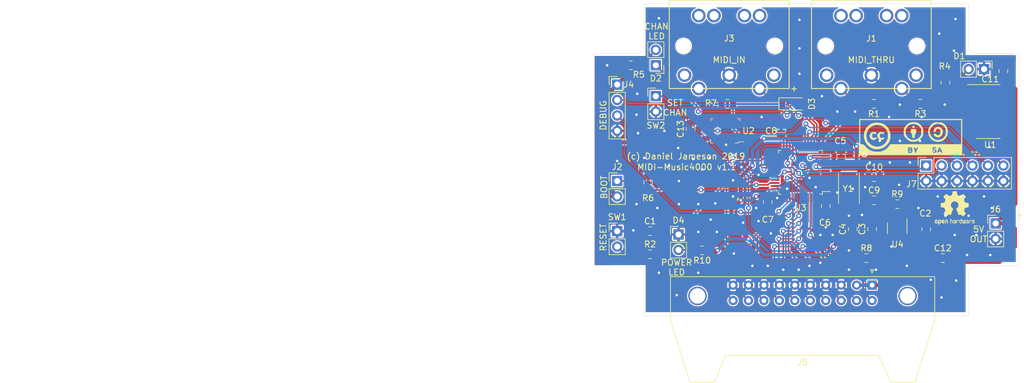
<source format=kicad_pcb>
(kicad_pcb (version 20171130) (host pcbnew "(5.1.2)-1")
  (title_block (title "MIDI 2 M4000 Adapter") (date 2019-07-17) (rev v1.1) (company "(c) Daniel Jameson 2019 CC-BY-SA 4.0"))
  (layers (0 F.Cu signal) (31 B.Cu signal) (34 B.Paste user) (35 F.Paste user) (36 B.SilkS user) (37 F.SilkS user) (38 B.Mask user) (39 F.Mask user) (44 Edge.Cuts user))
  (net 0 "")
  (net 1 "Net-(C1-Pad1)")
  (net 2 GND)
  (net 3 +5V)
  (net 4 +3V3)
  (net 5 OSC_IN)
  (net 6 OSC_OUT)
  (net 7 "Net-(D1-Pad2)")
  (net 8 "Net-(D2-Pad2)")
  (net 9 CH_LED)
  (net 10 "Net-(D3-Pad1)")
  (net 11 "Net-(D3-Pad2)")
  (net 12 "Net-(J1-Pad1)")
  (net 13 "Net-(J1-Pad3)")
  (net 14 "Net-(J1-Pad4)")
  (net 15 "Net-(J1-Pad5)")
  (net 16 "Net-(J3-Pad4)")
  (net 17 "Net-(J3-Pad3)")
  (net 18 "Net-(J3-Pad1)")
  (net 19 SWDIO)
  (net 20 SWCLK)
  (net 21 CLK)
  (net 22 MOSI)
  (net 23 D0)
  (net 24 D1)
  (net 25 D2)
  (net 26 D3)
  (net 27 D4)
  (net 28 D5)
  (net 29 D6)
  (net 30 D7)
  (net 31 PA0)
  (net 32 PA1)
  (net 33 PA2)
  (net 34 PA6)
  (net 35 PA7)
  (net 36 PA8)
  (net 37 "Net-(R3-Pad1)")
  (net 38 "Net-(R4-Pad2)")
  (net 39 BOOT)
  (net 40 "Net-(R9-Pad1)")
  (net 41 CH_BUTTON)
  (net 42 MIDI_DATA)
  (net 43 "Net-(U3-Pad2)")
  (net 44 "Net-(U3-Pad3)")
  (net 45 "Net-(U3-Pad4)")
  (net 46 "Net-(U3-Pad18)")
  (net 47 "Net-(U3-Pad19)")
  (net 48 "Net-(U3-Pad20)")
  (net 49 "Net-(U3-Pad27)")
  (net 50 "Net-(U3-Pad32)")
  (net 51 "Net-(U3-Pad33)")
  (net 52 "Net-(U3-Pad38)")
  (net 53 "Net-(U3-Pad39)")
  (net 54 "Net-(U3-Pad41)")
  (net 55 "Net-(U4-Pad4)")
  (net 56 "Net-(D4-Pad2)")
  (net 57 "Net-(U3-Pad30)")
  (net 58 "Net-(U3-Pad31)")
  (module myelin-kicad:din_5_econet_pcb_mount (layer F.Cu) (at 133.35 67.695)
    (fp_text reference J3 (at 0 -1) (layer F.SilkS))
    (fp_text value MIDI_IN (at 0 2.54) (layer F.SilkS))
    (pad 5 thru_hole circle (at 5 7.25) (size 2.25 2.25) (drill 1.5) (layers *.Cu *.Mask) (net 11 "Net-(D3-Pad2)"))
    (pad 4 thru_hole circle (at -5 7.25) (size 2.25 2.25) (drill 1.5) (layers *.Cu *.Mask) (net 16 "Net-(J3-Pad4)"))
    (pad 3 thru_hole circle (at 7.35 5.05) (size 2.25 2.25) (drill 1.5) (layers *.Cu *.Mask) (net 17 "Net-(J3-Pad3)"))
    (pad 1 thru_hole circle (at -7.35 5.05) (size 2.25 2.25) (drill 1.5) (layers *.Cu *.Mask) (net 18 "Net-(J3-Pad1)"))
    (pad 2 thru_hole circle (at 0 5.05) (size 2.25 2.25) (drill 1.5) (layers *.Cu *.Mask) (net 2 GND))
    (pad M2 thru_hole circle (at 7.505 0.25) (size 2.39 2.39) (drill 2.39) (layers *.Cu *.Mask))
    (pad M1 thru_hole circle (at -7.505 0.25) (size 2.39 2.39) (drill 2.39) (layers *.Cu *.Mask))
    (pad S4 thru_hole circle (at 5 -4.75) (size 2.25 2.25) (drill 1.5) (layers *.Cu *.Mask))
    (pad S3 thru_hole circle (at 2.5 -4.75) (size 2.25 2.25) (drill 1.5) (layers *.Cu *.Mask))
    (pad S2 thru_hole circle (at -2.5 -4.75) (size 2.25 2.25) (drill 1.5) (layers *.Cu *.Mask))
    (pad S1 thru_hole circle (at -5 -4.75) (size 2.25 2.25) (drill 1.5) (layers *.Cu *.Mask))
  )
  (module Resistor_SMD:R_0805_2012Metric (layer F.Cu) (at 157.1475 77.47 180)
    (fp_text reference R1 (at 0 -1.65) (layer F.SilkS))
    (fp_text value 220R)
    (pad 1 smd roundrect (at -0.9375 0 180) (size 0.975 1.4) (layers F.Cu F.Paste F.Mask) (net 3 +5V))
    (pad 2 smd roundrect (at 0.9375 0 180) (size 0.975 1.4) (layers F.Cu F.Paste F.Mask) (net 14 "Net-(J1-Pad4)"))
  )
  (module Symbol:CCBYSA (layer F.Cu) (at 163.195 82.931)
    (fp_text reference G*** hide)
    (fp_text value LOGO hide)
  )
  (module Symbol:OSHW-Logo2_7.3x6mm_SilkScreen (layer F.Cu) (at 170.434 94.615)
    (fp_text reference REF** hide)
    (fp_text value OSHW-Logo2_7.3x6mm_SilkScreen hide)
  )
  (module Capacitor_SMD:C_0805_2012Metric (layer F.Cu) (at 127 81.6125 90)
    (fp_text reference C13 (at 0 -1.65 90) (layer F.SilkS))
    (fp_text value 0.1uF)
    (pad 2 smd roundrect (at 0.9375 0 90) (size 0.975 1.4) (layers F.Cu F.Paste F.Mask) (net 2 GND))
    (pad 1 smd roundrect (at -0.9375 0 90) (size 0.975 1.4) (layers F.Cu F.Paste F.Mask) (net 4 +3V3))
  )
  (module Capacitor_SMD:C_0805_2012Metric (layer F.Cu) (at 168.4805 102.87)
    (fp_text reference C12 (at 0 -1.65) (layer F.SilkS))
    (fp_text value 47uF)
    (pad 2 smd roundrect (at 0.9375 0) (size 0.975 1.4) (layers F.Cu F.Paste F.Mask) (net 2 GND))
    (pad 1 smd roundrect (at -0.9375 0) (size 0.975 1.4) (layers F.Cu F.Paste F.Mask) (net 3 +5V))
  )
  (module Connector_PinHeader_2.54mm:PinHeader_1x02_P2.54mm_Vertical (layer F.Cu) (at 114.935 90.17)
    (fp_text reference J2 (at 0 -2.33) (layer F.SilkS))
    (fp_text value BOOT_JMP)
    (pad 2 thru_hole oval (at 0 2.54) (size 1.7 1.7) (drill 1) (layers *.Cu *.Mask) (net 4 +3V3))
    (pad 1 thru_hole rect (at 0 0) (size 1.7 1.7) (drill 1) (layers *.Cu *.Mask) (net 39 BOOT))
  )
  (module Capacitor_SMD:C_0805_2012Metric (layer F.Cu) (at 149.225 94.2825 270)
    (fp_text reference C6 (at 2.7455 0.127 180) (layer F.SilkS))
    (fp_text value 0.1uF)
    (pad 2 smd roundrect (at 0.9375 0 270) (size 0.975 1.4) (layers F.Cu F.Paste F.Mask) (net 2 GND))
    (pad 1 smd roundrect (at -0.9375 0 270) (size 0.975 1.4) (layers F.Cu F.Paste F.Mask) (net 4 +3V3))
  )
  (module Capacitor_SMD:C_0805_2012Metric (layer F.Cu) (at 120.3475 98.425)
    (fp_text reference C1 (at 0 -1.65) (layer F.SilkS))
    (fp_text value 0.1uF)
    (pad 1 smd roundrect (at -0.9375 0) (size 0.975 1.4) (layers F.Cu F.Paste F.Mask) (net 1 "Net-(C1-Pad1)"))
    (pad 2 smd roundrect (at 0.9375 0) (size 0.975 1.4) (layers F.Cu F.Paste F.Mask) (net 2 GND))
  )
  (module Capacitor_SMD:C_0805_2012Metric (layer F.Cu) (at 165.735 98.1225 90)
    (fp_text reference C2 (at 2.6185 -0.127 180) (layer F.SilkS))
    (fp_text value 10uF)
    (pad 2 smd roundrect (at 0.9375 0 90) (size 0.975 1.4) (layers F.Cu F.Paste F.Mask) (net 2 GND))
    (pad 1 smd roundrect (at -0.9375 0 90) (size 0.975 1.4) (layers F.Cu F.Paste F.Mask) (net 3 +5V))
  )
  (module Capacitor_SMD:C_0805_2012Metric (layer F.Cu) (at 156.845 98.0925 90)
    (fp_text reference C3 (at 0 -1.65 90) (layer F.SilkS))
    (fp_text value 10uF)
    (pad 1 smd roundrect (at -0.9375 0 90) (size 0.975 1.4) (layers F.Cu F.Paste F.Mask) (net 4 +3V3))
    (pad 2 smd roundrect (at 0.9375 0 90) (size 0.975 1.4) (layers F.Cu F.Paste F.Mask) (net 2 GND))
  )
  (module Capacitor_SMD:C_0805_2012Metric (layer F.Cu) (at 153.67 98.0925 90)
    (fp_text reference C4 (at 0 -1.65 90) (layer F.SilkS))
    (fp_text value 1uF)
    (pad 2 smd roundrect (at 0.9375 0 90) (size 0.975 1.4) (layers F.Cu F.Paste F.Mask) (net 2 GND))
    (pad 1 smd roundrect (at -0.9375 0 90) (size 0.975 1.4) (layers F.Cu F.Paste F.Mask) (net 4 +3V3))
  )
  (module Capacitor_SMD:C_0805_2012Metric (layer F.Cu) (at 151.765 86.0575 90)
    (fp_text reference C5 (at 2.4915 -0.127 180) (layer F.SilkS))
    (fp_text value 0.1uF)
    (pad 1 smd roundrect (at -0.9375 0 90) (size 0.975 1.4) (layers F.Cu F.Paste F.Mask) (net 4 +3V3))
    (pad 2 smd roundrect (at 0.9375 0 90) (size 0.975 1.4) (layers F.Cu F.Paste F.Mask) (net 2 GND))
  )
  (module Capacitor_SMD:C_0805_2012Metric (layer F.Cu) (at 139.7 93.6475 270)
    (fp_text reference C7 (at 2.8725 0 180) (layer F.SilkS))
    (fp_text value 0.1uF)
    (pad 1 smd roundrect (at -0.9375 0 270) (size 0.975 1.4) (layers F.Cu F.Paste F.Mask) (net 4 +3V3))
    (pad 2 smd roundrect (at 0.9375 0 270) (size 0.975 1.4) (layers F.Cu F.Paste F.Mask) (net 2 GND))
  )
  (module Capacitor_SMD:C_0805_2012Metric (layer F.Cu) (at 141.9075 81.915 90)
    (fp_text reference C8 (at 0 -1.65 180) (layer F.SilkS))
    (fp_text value 0.1uF)
    (pad 2 smd roundrect (at 0.9375 0 90) (size 0.975 1.4) (layers F.Cu F.Paste F.Mask) (net 2 GND))
    (pad 1 smd roundrect (at -0.9375 0 90) (size 0.975 1.4) (layers F.Cu F.Paste F.Mask) (net 4 +3V3))
  )
  (module Capacitor_SMD:C_0805_2012Metric (layer F.Cu) (at 157.1775 93.345)
    (fp_text reference C9 (at 0 -1.65) (layer F.SilkS))
    (fp_text value 18pF)
    (pad 1 smd roundrect (at -0.9375 0) (size 0.975 1.4) (layers F.Cu F.Paste F.Mask) (net 5 OSC_IN))
    (pad 2 smd roundrect (at 0.9375 0) (size 0.975 1.4) (layers F.Cu F.Paste F.Mask) (net 2 GND))
  )
  (module Capacitor_SMD:C_0805_2012Metric (layer F.Cu) (at 157.1775 89.535)
    (fp_text reference C10 (at 0 -1.65) (layer F.SilkS))
    (fp_text value 18pF)
    (pad 2 smd roundrect (at 0.9375 0) (size 0.975 1.4) (layers F.Cu F.Paste F.Mask) (net 2 GND))
    (pad 1 smd roundrect (at -0.9375 0) (size 0.975 1.4) (layers F.Cu F.Paste F.Mask) (net 6 OSC_OUT))
  )
  (module Capacitor_SMD:C_0805_2012Metric (layer F.Cu) (at 178.435 72.0875 90)
    (fp_text reference C11 (at -1.3185 -2.159 180) (layer F.SilkS))
    (fp_text value 0.1uF)
    (pad 1 smd roundrect (at -0.9375 0 90) (size 0.975 1.4) (layers F.Cu F.Paste F.Mask) (net 3 +5V))
    (pad 2 smd roundrect (at 0.9375 0 90) (size 0.975 1.4) (layers F.Cu F.Paste F.Mask) (net 2 GND))
  )
  (module Connector_PinHeader_2.54mm:PinHeader_1x02_P2.54mm_Vertical (layer F.Cu) (at 175.26 71.755 270)
    (fp_text reference D1 (at -2.159 4.064 180) (layer F.SilkS))
    (fp_text value ACTIVITY_LED)
    (pad 1 thru_hole rect (at 0 0 270) (size 1.7 1.7) (drill 1) (layers *.Cu *.Mask) (net 2 GND))
    (pad 2 thru_hole oval (at 0 2.54 270) (size 1.7 1.7) (drill 1) (layers *.Cu *.Mask) (net 7 "Net-(D1-Pad2)"))
  )
  (module Connector_PinHeader_2.54mm:PinHeader_1x02_P2.54mm_Vertical (layer F.Cu) (at 121.285 71.12 180)
    (fp_text reference D2 (at 0 -2.159) (layer F.SilkS))
    (fp_text value SET_CHAN_LED)
    (pad 2 thru_hole oval (at 0 2.54 180) (size 1.7 1.7) (drill 1) (layers *.Cu *.Mask) (net 8 "Net-(D2-Pad2)"))
    (pad 1 thru_hole rect (at 0 0 180) (size 1.7 1.7) (drill 1) (layers *.Cu *.Mask) (net 9 CH_LED))
  )
  (module Diode_SMD:D_SOD-123 (layer F.Cu) (at 143.765 77.47)
    (fp_text reference D3 (at 3.175 0 270) (layer F.SilkS))
    (fp_text value 1N4148W)
    (pad 1 smd rect (at -1.65 0) (size 0.9 1.2) (layers F.Cu F.Paste F.Mask) (net 10 "Net-(D3-Pad1)"))
    (pad 2 smd rect (at 1.65 0) (size 0.9 1.2) (layers F.Cu F.Paste F.Mask) (net 11 "Net-(D3-Pad2)"))
  )
  (module myelin-kicad:din_5_econet_pcb_mount (layer F.Cu) (at 156.73 67.695)
    (fp_text reference J1 (at 0 -1) (layer F.SilkS))
    (fp_text value MIDI_THRU (at 0 2.54) (layer F.SilkS))
    (pad S1 thru_hole circle (at -5 -4.75) (size 2.25 2.25) (drill 1.5) (layers *.Cu *.Mask))
    (pad S2 thru_hole circle (at -2.5 -4.75) (size 2.25 2.25) (drill 1.5) (layers *.Cu *.Mask))
    (pad S3 thru_hole circle (at 2.5 -4.75) (size 2.25 2.25) (drill 1.5) (layers *.Cu *.Mask))
    (pad S4 thru_hole circle (at 5 -4.75) (size 2.25 2.25) (drill 1.5) (layers *.Cu *.Mask))
    (pad M1 thru_hole circle (at -7.505 0.25) (size 2.39 2.39) (drill 2.39) (layers *.Cu *.Mask))
    (pad M2 thru_hole circle (at 7.505 0.25) (size 2.39 2.39) (drill 2.39) (layers *.Cu *.Mask))
    (pad 2 thru_hole circle (at 0 5.05) (size 2.25 2.25) (drill 1.5) (layers *.Cu *.Mask) (net 2 GND))
    (pad 1 thru_hole circle (at -7.35 5.05) (size 2.25 2.25) (drill 1.5) (layers *.Cu *.Mask) (net 12 "Net-(J1-Pad1)"))
    (pad 3 thru_hole circle (at 7.35 5.05) (size 2.25 2.25) (drill 1.5) (layers *.Cu *.Mask) (net 13 "Net-(J1-Pad3)"))
    (pad 4 thru_hole circle (at -5 7.25) (size 2.25 2.25) (drill 1.5) (layers *.Cu *.Mask) (net 14 "Net-(J1-Pad4)"))
    (pad 5 thru_hole circle (at 5 7.25) (size 2.25 2.25) (drill 1.5) (layers *.Cu *.Mask) (net 15 "Net-(J1-Pad5)"))
  )
  (module Connector_PinHeader_2.54mm:PinHeader_1x04_P2.54mm_Vertical (layer F.Cu) (at 114.935 74.295)
    (fp_text reference J4 (at 1.905 0) (layer F.SilkS))
    (fp_text value DEBUG)
    (pad 1 thru_hole rect (at 0 0) (size 1.7 1.7) (drill 1) (layers *.Cu *.Mask) (net 4 +3V3))
    (pad 2 thru_hole oval (at 0 2.54) (size 1.7 1.7) (drill 1) (layers *.Cu *.Mask) (net 19 SWDIO))
    (pad 3 thru_hole oval (at 0 5.08) (size 1.7 1.7) (drill 1) (layers *.Cu *.Mask) (net 20 SWCLK))
    (pad 4 thru_hole oval (at 0 7.62) (size 1.7 1.7) (drill 1) (layers *.Cu *.Mask) (net 2 GND))
  )
  (module Connector_IDC:IDC-Header_2x10_P2.54mm_Horizontal_Lock (layer F.Cu) (at 156.845 107.315 270)
    (fp_text reference J5 (at 12.7 11.45) (layer F.SilkS))
    (fp_text value "USER PORT")
    (pad "" thru_hole circle (at 1.78 28.7) (size 3.05 3.05) (drill 2.54) (layers *.Cu *.Mask))
    (pad "" thru_hole circle (at 1.78 -5.84) (size 3.05 3.05) (drill 2.54) (layers *.Cu *.Mask))
    (pad 1 thru_hole rect (at 0 0) (size 1.52 1.52) (drill 0.81) (layers *.Cu *.Mask) (net 3 +5V))
    (pad 2 thru_hole circle (at 2.54 0) (size 1.52 1.52) (drill 0.81) (layers *.Cu *.Mask) (net 21 CLK))
    (pad 3 thru_hole circle (at 0 2.54) (size 1.52 1.52) (drill 0.81) (layers *.Cu *.Mask) (net 3 +5V))
    (pad 4 thru_hole circle (at 2.54 2.54) (size 1.52 1.52) (drill 0.81) (layers *.Cu *.Mask) (net 22 MOSI))
    (pad 5 thru_hole circle (at 0 5.08) (size 1.52 1.52) (drill 0.81) (layers *.Cu *.Mask) (net 2 GND))
    (pad 6 thru_hole circle (at 2.54 5.08) (size 1.52 1.52) (drill 0.81) (layers *.Cu *.Mask) (net 23 D0))
    (pad 7 thru_hole circle (at 0 7.62) (size 1.52 1.52) (drill 0.81) (layers *.Cu *.Mask) (net 2 GND))
    (pad 8 thru_hole circle (at 2.54 7.62) (size 1.52 1.52) (drill 0.81) (layers *.Cu *.Mask) (net 24 D1))
    (pad 9 thru_hole circle (at 0 10.16) (size 1.52 1.52) (drill 0.81) (layers *.Cu *.Mask) (net 2 GND))
    (pad 10 thru_hole circle (at 2.54 10.16) (size 1.52 1.52) (drill 0.81) (layers *.Cu *.Mask) (net 25 D2))
    (pad 11 thru_hole circle (at 0 12.7) (size 1.52 1.52) (drill 0.81) (layers *.Cu *.Mask) (net 2 GND))
    (pad 12 thru_hole circle (at 2.54 12.7) (size 1.52 1.52) (drill 0.81) (layers *.Cu *.Mask) (net 26 D3))
    (pad 13 thru_hole circle (at 0 15.24) (size 1.52 1.52) (drill 0.81) (layers *.Cu *.Mask) (net 2 GND))
    (pad 14 thru_hole circle (at 2.54 15.24) (size 1.52 1.52) (drill 0.81) (layers *.Cu *.Mask) (net 27 D4))
    (pad 15 thru_hole circle (at 0 17.78) (size 1.52 1.52) (drill 0.81) (layers *.Cu *.Mask) (net 2 GND))
    (pad 16 thru_hole circle (at 2.54 17.78) (size 1.52 1.52) (drill 0.81) (layers *.Cu *.Mask) (net 28 D5))
    (pad 17 thru_hole circle (at 0 20.32) (size 1.52 1.52) (drill 0.81) (layers *.Cu *.Mask) (net 2 GND))
    (pad 18 thru_hole circle (at 2.54 20.32) (size 1.52 1.52) (drill 0.81) (layers *.Cu *.Mask) (net 29 D6))
    (pad 19 thru_hole circle (at 0 22.86) (size 1.52 1.52) (drill 0.81) (layers *.Cu *.Mask) (net 2 GND))
    (pad 20 thru_hole circle (at 2.54 22.86) (size 1.52 1.52) (drill 0.81) (layers *.Cu *.Mask) (net 30 D7))
  )
  (module Connector_PinHeader_2.54mm:PinHeader_1x02_P2.54mm_Vertical (layer F.Cu) (at 177.165 97.155)
    (fp_text reference J6 (at 0 -2.33) (layer F.SilkS))
    (fp_text value 5V_POWER)
    (pad 1 thru_hole rect (at 0 0) (size 1.7 1.7) (drill 1) (layers *.Cu *.Mask) (net 3 +5V))
    (pad 2 thru_hole oval (at 0 2.54) (size 1.7 1.7) (drill 1) (layers *.Cu *.Mask) (net 2 GND))
  )
  (module Connector_PinSocket_2.54mm:PinSocket_2x06_P2.54mm_Vertical (layer F.Cu) (at 165.735 87.63 90)
    (fp_text reference J7 (at -3.048 -2.413 180) (layer F.SilkS))
    (fp_text value SPARE_PINS)
    (pad 1 thru_hole rect (at 0 0 90) (size 1.7 1.7) (drill 1) (layers *.Cu *.Mask) (net 31 PA0))
    (pad 2 thru_hole oval (at -2.54 0 90) (size 1.7 1.7) (drill 1) (layers *.Cu *.Mask) (net 2 GND))
    (pad 3 thru_hole oval (at 0 2.54 90) (size 1.7 1.7) (drill 1) (layers *.Cu *.Mask) (net 32 PA1))
    (pad 4 thru_hole oval (at -2.54 2.54 90) (size 1.7 1.7) (drill 1) (layers *.Cu *.Mask) (net 2 GND))
    (pad 5 thru_hole oval (at 0 5.08 90) (size 1.7 1.7) (drill 1) (layers *.Cu *.Mask) (net 33 PA2))
    (pad 6 thru_hole oval (at -2.54 5.08 90) (size 1.7 1.7) (drill 1) (layers *.Cu *.Mask) (net 2 GND))
    (pad 7 thru_hole oval (at 0 7.62 90) (size 1.7 1.7) (drill 1) (layers *.Cu *.Mask) (net 34 PA6))
    (pad 8 thru_hole oval (at -2.54 7.62 90) (size 1.7 1.7) (drill 1) (layers *.Cu *.Mask) (net 2 GND))
    (pad 9 thru_hole oval (at 0 10.16 90) (size 1.7 1.7) (drill 1) (layers *.Cu *.Mask) (net 35 PA7))
    (pad 10 thru_hole oval (at -2.54 10.16 90) (size 1.7 1.7) (drill 1) (layers *.Cu *.Mask) (net 2 GND))
    (pad 11 thru_hole oval (at 0 12.7 90) (size 1.7 1.7) (drill 1) (layers *.Cu *.Mask) (net 36 PA8))
    (pad 12 thru_hole oval (at -2.54 12.7 90) (size 1.7 1.7) (drill 1) (layers *.Cu *.Mask) (net 2 GND))
  )
  (module Resistor_SMD:R_0805_2012Metric (layer F.Cu) (at 120.3475 102.235)
    (fp_text reference R2 (at 0 -1.65) (layer F.SilkS))
    (fp_text value 10k)
    (pad 2 smd roundrect (at 0.9375 0) (size 0.975 1.4) (layers F.Cu F.Paste F.Mask) (net 4 +3V3))
    (pad 1 smd roundrect (at -0.9375 0) (size 0.975 1.4) (layers F.Cu F.Paste F.Mask) (net 1 "Net-(C1-Pad1)"))
  )
  (module Resistor_SMD:R_0805_2012Metric (layer F.Cu) (at 164.7975 77.47 180)
    (fp_text reference R3 (at 0 -1.65) (layer F.SilkS))
    (fp_text value 220R)
    (pad 1 smd roundrect (at -0.9375 0 180) (size 0.975 1.4) (layers F.Cu F.Paste F.Mask) (net 37 "Net-(R3-Pad1)"))
    (pad 2 smd roundrect (at 0.9375 0 180) (size 0.975 1.4) (layers F.Cu F.Paste F.Mask) (net 15 "Net-(J1-Pad5)"))
  )
  (module Resistor_SMD:R_0805_2012Metric (layer F.Cu) (at 168.91 73.9925 270)
    (fp_text reference R4 (at -2.7155 0.127 180) (layer F.SilkS))
    (fp_text value 1K)
    (pad 1 smd roundrect (at -0.9375 0 270) (size 0.975 1.4) (layers F.Cu F.Paste F.Mask) (net 7 "Net-(D1-Pad2)"))
    (pad 2 smd roundrect (at 0.9375 0 270) (size 0.975 1.4) (layers F.Cu F.Paste F.Mask) (net 38 "Net-(R4-Pad2)"))
  )
  (module Resistor_SMD:R_0805_2012Metric (layer F.Cu) (at 117.1725 71.12)
    (fp_text reference R5 (at 1.3185 1.524) (layer F.SilkS))
    (fp_text value 560R)
    (pad 1 smd roundrect (at -0.9375 0) (size 0.975 1.4) (layers F.Cu F.Paste F.Mask) (net 4 +3V3))
    (pad 2 smd roundrect (at 0.9375 0) (size 0.975 1.4) (layers F.Cu F.Paste F.Mask) (net 8 "Net-(D2-Pad2)"))
  )
  (module Resistor_SMD:R_0805_2012Metric (layer F.Cu) (at 120.015 90.424 270)
    (fp_text reference R6 (at 2.54 0 180) (layer F.SilkS))
    (fp_text value 10k)
    (pad 1 smd roundrect (at -0.9375 0 270) (size 0.975 1.4) (layers F.Cu F.Paste F.Mask) (net 2 GND))
    (pad 2 smd roundrect (at 0.9375 0 270) (size 0.975 1.4) (layers F.Cu F.Paste F.Mask) (net 39 BOOT))
  )
  (module Resistor_SMD:R_0805_2012Metric (layer F.Cu) (at 133.0475 77.47 180)
    (fp_text reference R7 (at 2.7155 0.127) (layer F.SilkS))
    (fp_text value 220R)
    (pad 2 smd roundrect (at 0.9375 0 180) (size 0.975 1.4) (layers F.Cu F.Paste F.Mask) (net 16 "Net-(J3-Pad4)"))
    (pad 1 smd roundrect (at -0.9375 0 180) (size 0.975 1.4) (layers F.Cu F.Paste F.Mask) (net 10 "Net-(D3-Pad1)"))
  )
  (module Resistor_SMD:R_0805_2012Metric (layer F.Cu) (at 155.9075 102.87)
    (fp_text reference R8 (at 0 -1.65) (layer F.SilkS))
    (fp_text value 10k)
    (pad 2 smd roundrect (at 0.9375 0) (size 0.975 1.4) (layers F.Cu F.Paste F.Mask) (net 3 +5V))
    (pad 1 smd roundrect (at -0.9375 0) (size 0.975 1.4) (layers F.Cu F.Paste F.Mask) (net 21 CLK))
  )
  (module Resistor_SMD:R_0805_2012Metric (layer F.Cu) (at 160.9875 93.98)
    (fp_text reference R9 (at 0 -1.65) (layer F.SilkS))
    (fp_text value 10k)
    (pad 2 smd roundrect (at 0.9375 0) (size 0.975 1.4) (layers F.Cu F.Paste F.Mask) (net 3 +5V))
    (pad 1 smd roundrect (at -0.9375 0) (size 0.975 1.4) (layers F.Cu F.Paste F.Mask) (net 40 "Net-(R9-Pad1)"))
  )
  (module Connector_PinHeader_2.54mm:PinHeader_1x02_P2.54mm_Vertical (layer F.Cu) (at 114.935 98.425)
    (fp_text reference SW1 (at 0 -2.33) (layer F.SilkS))
    (fp_text value RESET)
    (pad 2 thru_hole oval (at 0 2.54) (size 1.7 1.7) (drill 1) (layers *.Cu *.Mask) (net 1 "Net-(C1-Pad1)"))
    (pad 1 thru_hole rect (at 0 0) (size 1.7 1.7) (drill 1) (layers *.Cu *.Mask) (net 2 GND))
  )
  (module Connector_PinHeader_2.54mm:PinHeader_1x02_P2.54mm_Vertical (layer F.Cu) (at 121.285 76.2)
    (fp_text reference SW2 (at 0 4.826) (layer F.SilkS))
    (fp_text value SET_CHAN)
    (pad 1 thru_hole rect (at 0 0) (size 1.7 1.7) (drill 1) (layers *.Cu *.Mask) (net 41 CH_BUTTON))
    (pad 2 thru_hole oval (at 0 2.54) (size 1.7 1.7) (drill 1) (layers *.Cu *.Mask) (net 2 GND))
  )
  (module Package_SO:SOIC-14_3.9x8.7mm_P1.27mm (layer F.Cu) (at 175.96 78.74)
    (fp_text reference U1 (at 0.316 5.461) (layer F.SilkS))
    (fp_text value 74LV14)
    (pad 1 smd roundrect (at -2.475 -3.81) (size 1.95 0.6) (layers F.Cu F.Paste F.Mask) (net 38 "Net-(R4-Pad2)"))
    (pad 2 smd roundrect (at -2.475 -2.54) (size 1.95 0.6) (layers F.Cu F.Paste F.Mask) (net 37 "Net-(R3-Pad1)"))
    (pad 3 smd roundrect (at -2.475 -1.27) (size 1.95 0.6) (layers F.Cu F.Paste F.Mask) (net 42 MIDI_DATA))
    (pad 4 smd roundrect (at -2.475 0) (size 1.95 0.6) (layers F.Cu F.Paste F.Mask) (net 38 "Net-(R4-Pad2)"))
    (pad 5 smd roundrect (at -2.475 1.27) (size 1.95 0.6) (layers F.Cu F.Paste F.Mask))
    (pad 6 smd roundrect (at -2.475 2.54) (size 1.95 0.6) (layers F.Cu F.Paste F.Mask))
    (pad 7 smd roundrect (at -2.475 3.81) (size 1.95 0.6) (layers F.Cu F.Paste F.Mask) (net 2 GND))
    (pad 8 smd roundrect (at 2.475 3.81) (size 1.95 0.6) (layers F.Cu F.Paste F.Mask))
    (pad 9 smd roundrect (at 2.475 2.54) (size 1.95 0.6) (layers F.Cu F.Paste F.Mask))
    (pad 10 smd roundrect (at 2.475 1.27) (size 1.95 0.6) (layers F.Cu F.Paste F.Mask))
    (pad 11 smd roundrect (at 2.475 0) (size 1.95 0.6) (layers F.Cu F.Paste F.Mask))
    (pad 12 smd roundrect (at 2.475 -1.27) (size 1.95 0.6) (layers F.Cu F.Paste F.Mask))
    (pad 13 smd roundrect (at 2.475 -2.54) (size 1.95 0.6) (layers F.Cu F.Paste F.Mask))
    (pad 14 smd roundrect (at 2.475 -3.81) (size 1.95 0.6) (layers F.Cu F.Paste F.Mask) (net 3 +5V))
  )
  (module digikey-footprints:SOIC-6-5_W4.55mm (layer F.Cu) (at 132.715 81.915 90)
    (fp_text reference U2 (at 0 3.81 180) (layer F.SilkS))
    (fp_text value TLP2361_TPL_E)
    (pad 1 smd rect (at -1.27 3.15 90) (size 0.8 1.2) (layers F.Cu F.Paste F.Mask) (net 10 "Net-(D3-Pad1)"))
    (pad 3 smd rect (at 1.27 3.15 90) (size 0.8 1.2) (layers F.Cu F.Paste F.Mask) (net 11 "Net-(D3-Pad2)"))
    (pad 4 smd rect (at 1.27 -3.15 90) (size 0.8 1.2) (layers F.Cu F.Paste F.Mask) (net 2 GND))
    (pad 5 smd rect (at 0 -3.15 90) (size 0.8 1.2) (layers F.Cu F.Paste F.Mask) (net 42 MIDI_DATA))
    (pad 6 smd rect (at -1.27 -3.15 90) (size 0.8 1.2) (layers F.Cu F.Paste F.Mask) (net 4 +3V3))
  )
  (module Package_QFP:LQFP-48_7x7mm_P0.5mm (layer F.Cu) (at 145.0625 88.745 180)
    (fp_text reference U3 (at 0 -5.85) (layer F.SilkS))
    (fp_text value STM32F103C8Tx)
    (pad 1 smd roundrect (at -4.1625 -2.75 180) (size 1.475 0.3) (layers F.Cu F.Paste F.Mask) (net 4 +3V3))
    (pad 2 smd roundrect (at -4.1625 -2.25 180) (size 1.475 0.3) (layers F.Cu F.Paste F.Mask) (net 43 "Net-(U3-Pad2)"))
    (pad 3 smd roundrect (at -4.1625 -1.75 180) (size 1.475 0.3) (layers F.Cu F.Paste F.Mask) (net 44 "Net-(U3-Pad3)"))
    (pad 4 smd roundrect (at -4.1625 -1.25 180) (size 1.475 0.3) (layers F.Cu F.Paste F.Mask) (net 45 "Net-(U3-Pad4)"))
    (pad 5 smd roundrect (at -4.1625 -0.75 180) (size 1.475 0.3) (layers F.Cu F.Paste F.Mask) (net 5 OSC_IN))
    (pad 6 smd roundrect (at -4.1625 -0.25 180) (size 1.475 0.3) (layers F.Cu F.Paste F.Mask) (net 6 OSC_OUT))
    (pad 7 smd roundrect (at -4.1625 0.25 180) (size 1.475 0.3) (layers F.Cu F.Paste F.Mask) (net 1 "Net-(C1-Pad1)"))
    (pad 8 smd roundrect (at -4.1625 0.75 180) (size 1.475 0.3) (layers F.Cu F.Paste F.Mask) (net 2 GND))
    (pad 9 smd roundrect (at -4.1625 1.25 180) (size 1.475 0.3) (layers F.Cu F.Paste F.Mask) (net 4 +3V3))
    (pad 10 smd roundrect (at -4.1625 1.75 180) (size 1.475 0.3) (layers F.Cu F.Paste F.Mask) (net 31 PA0))
    (pad 11 smd roundrect (at -4.1625 2.25 180) (size 1.475 0.3) (layers F.Cu F.Paste F.Mask) (net 32 PA1))
    (pad 12 smd roundrect (at -4.1625 2.75 180) (size 1.475 0.3) (layers F.Cu F.Paste F.Mask) (net 33 PA2))
    (pad 13 smd roundrect (at -2.75 4.1625 180) (size 0.3 1.475) (layers F.Cu F.Paste F.Mask) (net 42 MIDI_DATA))
    (pad 14 smd roundrect (at -2.25 4.1625 180) (size 0.3 1.475) (layers F.Cu F.Paste F.Mask) (net 9 CH_LED))
    (pad 15 smd roundrect (at -1.75 4.1625 180) (size 0.3 1.475) (layers F.Cu F.Paste F.Mask) (net 41 CH_BUTTON))
    (pad 16 smd roundrect (at -1.25 4.1625 180) (size 0.3 1.475) (layers F.Cu F.Paste F.Mask) (net 34 PA6))
    (pad 17 smd roundrect (at -0.75 4.1625 180) (size 0.3 1.475) (layers F.Cu F.Paste F.Mask) (net 35 PA7))
    (pad 18 smd roundrect (at -0.25 4.1625 180) (size 0.3 1.475) (layers F.Cu F.Paste F.Mask) (net 46 "Net-(U3-Pad18)"))
    (pad 19 smd roundrect (at 0.25 4.1625 180) (size 0.3 1.475) (layers F.Cu F.Paste F.Mask) (net 47 "Net-(U3-Pad19)"))
    (pad 20 smd roundrect (at 0.75 4.1625 180) (size 0.3 1.475) (layers F.Cu F.Paste F.Mask) (net 48 "Net-(U3-Pad20)"))
    (pad 21 smd roundrect (at 1.25 4.1625 180) (size 0.3 1.475) (layers F.Cu F.Paste F.Mask) (net 28 D5))
    (pad 22 smd roundrect (at 1.75 4.1625 180) (size 0.3 1.475) (layers F.Cu F.Paste F.Mask) (net 29 D6))
    (pad 23 smd roundrect (at 2.25 4.1625 180) (size 0.3 1.475) (layers F.Cu F.Paste F.Mask) (net 2 GND))
    (pad 24 smd roundrect (at 2.75 4.1625 180) (size 0.3 1.475) (layers F.Cu F.Paste F.Mask) (net 4 +3V3))
    (pad 25 smd roundrect (at 4.1625 2.75 180) (size 1.475 0.3) (layers F.Cu F.Paste F.Mask) (net 30 D7))
    (pad 26 smd roundrect (at 4.1625 2.25 180) (size 1.475 0.3) (layers F.Cu F.Paste F.Mask) (net 21 CLK))
    (pad 27 smd roundrect (at 4.1625 1.75 180) (size 1.475 0.3) (layers F.Cu F.Paste F.Mask) (net 49 "Net-(U3-Pad27)"))
    (pad 28 smd roundrect (at 4.1625 1.25 180) (size 1.475 0.3) (layers F.Cu F.Paste F.Mask) (net 22 MOSI))
    (pad 29 smd roundrect (at 4.1625 0.75 180) (size 1.475 0.3) (layers F.Cu F.Paste F.Mask) (net 36 PA8))
    (pad 30 smd roundrect (at 4.1625 0.25 180) (size 1.475 0.3) (layers F.Cu F.Paste F.Mask) (net 57 "Net-(U3-Pad30)"))
    (pad 31 smd roundrect (at 4.1625 -0.25 180) (size 1.475 0.3) (layers F.Cu F.Paste F.Mask) (net 58 "Net-(U3-Pad31)"))
    (pad 32 smd roundrect (at 4.1625 -0.75 180) (size 1.475 0.3) (layers F.Cu F.Paste F.Mask) (net 50 "Net-(U3-Pad32)"))
    (pad 33 smd roundrect (at 4.1625 -1.25 180) (size 1.475 0.3) (layers F.Cu F.Paste F.Mask) (net 51 "Net-(U3-Pad33)"))
    (pad 34 smd roundrect (at 4.1625 -1.75 180) (size 1.475 0.3) (layers F.Cu F.Paste F.Mask) (net 19 SWDIO))
    (pad 35 smd roundrect (at 4.1625 -2.25 180) (size 1.475 0.3) (layers F.Cu F.Paste F.Mask) (net 2 GND))
    (pad 36 smd roundrect (at 4.1625 -2.75 180) (size 1.475 0.3) (layers F.Cu F.Paste F.Mask) (net 4 +3V3))
    (pad 37 smd roundrect (at 2.75 -4.1625 180) (size 0.3 1.475) (layers F.Cu F.Paste F.Mask) (net 20 SWCLK))
    (pad 38 smd roundrect (at 2.25 -4.1625 180) (size 0.3 1.475) (layers F.Cu F.Paste F.Mask) (net 52 "Net-(U3-Pad38)"))
    (pad 39 smd roundrect (at 1.75 -4.1625 180) (size 0.3 1.475) (layers F.Cu F.Paste F.Mask) (net 53 "Net-(U3-Pad39)"))
    (pad 40 smd roundrect (at 1.25 -4.1625 180) (size 0.3 1.475) (layers F.Cu F.Paste F.Mask) (net 23 D0))
    (pad 41 smd roundrect (at 0.75 -4.1625 180) (size 0.3 1.475) (layers F.Cu F.Paste F.Mask) (net 54 "Net-(U3-Pad41)"))
    (pad 42 smd roundrect (at 0.25 -4.1625 180) (size 0.3 1.475) (layers F.Cu F.Paste F.Mask) (net 24 D1))
    (pad 43 smd roundrect (at -0.25 -4.1625 180) (size 0.3 1.475) (layers F.Cu F.Paste F.Mask) (net 25 D2))
    (pad 44 smd roundrect (at -0.75 -4.1625 180) (size 0.3 1.475) (layers F.Cu F.Paste F.Mask) (net 39 BOOT))
    (pad 45 smd roundrect (at -1.25 -4.1625 180) (size 0.3 1.475) (layers F.Cu F.Paste F.Mask) (net 26 D3))
    (pad 46 smd roundrect (at -1.75 -4.1625 180) (size 0.3 1.475) (layers F.Cu F.Paste F.Mask) (net 27 D4))
    (pad 47 smd roundrect (at -2.25 -4.1625 180) (size 0.3 1.475) (layers F.Cu F.Paste F.Mask) (net 2 GND))
    (pad 48 smd roundrect (at -2.75 -4.1625 180) (size 0.3 1.475) (layers F.Cu F.Paste F.Mask) (net 4 +3V3))
  )
  (module Package_TO_SOT_SMD:SOT-23-5 (layer F.Cu) (at 160.975 97.96 270)
    (fp_text reference U4 (at 2.624 -0.061 180) (layer F.SilkS))
    (fp_text value AP2112K-3.3)
    (pad 1 smd rect (at -1.1 -0.95 270) (size 1.06 0.65) (layers F.Cu F.Paste F.Mask) (net 3 +5V))
    (pad 2 smd rect (at -1.1 0 270) (size 1.06 0.65) (layers F.Cu F.Paste F.Mask) (net 2 GND))
    (pad 3 smd rect (at -1.1 0.95 270) (size 1.06 0.65) (layers F.Cu F.Paste F.Mask) (net 40 "Net-(R9-Pad1)"))
    (pad 4 smd rect (at 1.1 0.95 270) (size 1.06 0.65) (layers F.Cu F.Paste F.Mask) (net 55 "Net-(U4-Pad4)"))
    (pad 5 smd rect (at 1.1 -0.95 270) (size 1.06 0.65) (layers F.Cu F.Paste F.Mask) (net 4 +3V3))
  )
  (module Crystal:Crystal_SMD_TXC_7A-2Pin_5x3.2mm (layer F.Cu) (at 153.035 91.385 90)
    (fp_text reference Y1 (at -0.055 -0.127 180) (layer F.SilkS))
    (fp_text value 8MHz)
    (pad 1 smd rect (at -1.85 0 90) (size 1.7 2.4) (layers F.Cu F.Paste F.Mask) (net 5 OSC_IN))
    (pad 2 smd rect (at 1.85 0 90) (size 1.7 2.4) (layers F.Cu F.Paste F.Mask) (net 6 OSC_OUT))
  )
  (module Connector_PinHeader_2.54mm:PinHeader_1x02_P2.54mm_Vertical (layer F.Cu) (at 125.015001 98.980001)
    (fp_text reference D4 (at 0 -2.33) (layer F.SilkS))
    (fp_text value POWER_LED)
    (pad 1 thru_hole rect (at 0 0) (size 1.7 1.7) (drill 1) (layers *.Cu *.Mask) (net 2 GND))
    (pad 2 thru_hole oval (at 0 2.54) (size 1.7 1.7) (drill 1) (layers *.Cu *.Mask) (net 56 "Net-(D4-Pad2)"))
  )
  (module Resistor_SMD:R_0805_2012Metric (layer F.Cu) (at 128.905 101.6 180)
    (fp_text reference R10 (at 0 -1.65) (layer F.SilkS))
    (fp_text value 560R)
    (pad 1 smd roundrect (at -0.9375 0 180) (size 0.975 1.4) (layers F.Cu F.Paste F.Mask) (net 4 +3V3))
    (pad 2 smd roundrect (at 0.9375 0 180) (size 0.975 1.4) (layers F.Cu F.Paste F.Mask) (net 56 "Net-(D4-Pad2)"))
  )
  (gr_text "MIDI-Music4000 v1.1" (at 126.365 87.884) (layer F.SilkS) (effects (font (size 1 1))))
  (gr_line (start 111.125 104.14) (end 118.11 104.14) (layer Edge.Cuts) (width 0.05))
  (gr_line (start 119.38 112.395) (end 119.38 105.41) (layer Edge.Cuts) (width 0.05))
  (gr_arc (start 118.11 105.41) (end 119.38 105.41) (angle -90) (layer Edge.Cuts) (width 0.05))
  (gr_line (start 172.72 112.395) (end 172.72 105.41) (layer Edge.Cuts) (width 0.05))
  (gr_line (start 180.975 104.14) (end 173.99 104.14) (layer Edge.Cuts) (width 0.05))
  (gr_arc (start 173.99 105.41) (end 173.99 104.14) (angle -90) (layer Edge.Cuts) (width 0.05))
  (gr_line (start 180.975 69.215) (end 173.99 69.215) (layer Edge.Cuts) (width 0.05))
  (gr_line (start 172.72 60.96) (end 172.72 67.945) (layer Edge.Cuts) (width 0.05))
  (gr_arc (start 173.99 67.945) (end 172.72 67.945) (angle -90) (layer Edge.Cuts) (width 0.05))
  (gr_line (start 119.38 60.96) (end 119.38 67.945) (layer Edge.Cuts) (width 0.05))
  (gr_line (start 111.125 69.215) (end 118.11 69.215) (layer Edge.Cuts) (width 0.05))
  (gr_arc (start 118.11 67.945) (end 118.11 69.215) (angle -90) (layer Edge.Cuts) (width 0.05))
  (gr_line (start 172.72 112.395) (end 119.38 112.395) (layer Edge.Cuts) (width 0.05))
  (gr_line (start 180.975 104.14) (end 180.975 69.215) (layer Edge.Cuts) (width 0.05))
  (gr_line (start 111.125 104.14) (end 111.125 69.215) (layer Edge.Cuts) (width 0.05))
  (gr_line (start 172.72 60.96) (end 119.38 60.96) (layer Edge.Cuts) (width 0.05))
  (gr_text "(c) Daniel Jameson 2019" (at 126.238 86.106) (layer F.SilkS) (effects (font (size 1 1))))
  (gr_text "5V\nOUT" (at 174.371 98.933) (layer F.SilkS) (effects (font (size 1 1))))
  (gr_text + (at 181.102 95.758) (layer F.SilkS) (effects (font (size 1 1))))
  (gr_text "POWER\nLED" (at 124.714 104.394) (layer F.SilkS) (effects (font (size 1 1))))
  (gr_text RESET (at 112.649 99.441 90) (layer F.SilkS) (effects (font (size 1 1))))
  (gr_text BOOT (at 112.776 91.186 90) (layer F.SilkS) (effects (font (size 1 1))))
  (gr_text DEBUG (at 112.649 79.375 90) (layer F.SilkS) (effects (font (size 1 1))))
  (gr_text "CHAN\nLED" (at 121.412 65.532) (layer F.SilkS) (effects (font (size 1 1))))
  (gr_text "SET\nCHAN" (at 124.46 78.105) (layer F.SilkS) (effects (font (size 1 1))))
  (gr_text + (at 144.018 74.93) (layer F.SilkS) (effects (font (size 1 1))))
  (gr_text - (at 144.018 78.486) (layer F.SilkS) (effects (font (size 1 1))))
  (segment (start 119.41 98.425) (end 119.41 102.235) (width 0.25) (layer F.Cu) (net 1))
  (segment (start 116.205 102.235) (end 119.41 102.235) (width 0.25) (layer F.Cu) (net 1))
  (segment (start 114.935 100.965) (end 116.205 102.235) (width 0.25) (layer F.Cu) (net 1))
  (segment (start 143.477724 88.670726) (end 142.451937 88.670726) (width 0.25) (layer F.Cu) (net 1))
  (segment (start 147.98178 88.495) (end 147.943665 88.533115) (width 0.25) (layer F.Cu) (net 1))
  (via (at 142.451937 88.670726) (size 0.8) (drill 0.4) (layers F.Cu B.Cu) (net 1))
  (segment (start 149.225 88.495) (end 147.98178 88.495) (width 0.25) (layer F.Cu) (net 1))
  (segment (start 147.943665 88.533115) (end 146.219887 88.533115) (width 0.25) (layer F.Cu) (net 1))
  (segment (start 146.219887 88.533115) (end 145.128001 89.625001) (width 0.25) (layer F.Cu) (net 1))
  (segment (start 145.128001 89.625001) (end 144.431999 89.625001) (width 0.25) (layer F.Cu) (net 1))
  (segment (start 144.431999 89.625001) (end 143.477724 88.670726) (width 0.25) (layer F.Cu) (net 1))
  (via (at 133.985 86.36) (size 0.8) (drill 0.4) (layers F.Cu B.Cu) (net 1))
  (segment (start 141.243662 89.879001) (end 137.754001 89.879001) (width 0.25) (layer B.Cu) (net 1))
  (segment (start 137.754001 89.879001) (end 136.107001 88.232001) (width 0.25) (layer B.Cu) (net 1))
  (segment (start 142.451937 88.670726) (end 141.243662 89.879001) (width 0.25) (layer B.Cu) (net 1))
  (segment (start 136.107001 88.232001) (end 136.107001 87.535999) (width 0.25) (layer B.Cu) (net 1))
  (segment (start 136.107001 87.535999) (end 134.931002 86.36) (width 0.25) (layer B.Cu) (net 1))
  (segment (start 134.931002 86.36) (end 133.985 86.36) (width 0.25) (layer B.Cu) (net 1))
  (segment (start 119.966237 97.868763) (end 119.41 98.425) (width 0.25) (layer F.Cu) (net 1))
  (segment (start 120.43501 97.39999) (end 119.966237 97.868763) (width 0.25) (layer F.Cu) (net 1))
  (segment (start 125.923012 97.39999) (end 120.43501 97.39999) (width 0.25) (layer F.Cu) (net 1))
  (segment (start 132.449989 90.873013) (end 125.923012 97.39999) (width 0.25) (layer F.Cu) (net 1))
  (segment (start 132.449989 87.895011) (end 132.449989 90.873013) (width 0.25) (layer F.Cu) (net 1))
  (segment (start 133.985 86.36) (end 132.449989 87.895011) (width 0.25) (layer F.Cu) (net 1))
  (via (at 121.539 94.615) (size 0.8) (drill 0.4) (layers F.Cu B.Cu) (net 2))
  (via (at 119.38 86.36) (size 0.8) (drill 0.4) (layers F.Cu B.Cu) (net 2))
  (via (at 118.11 93.98) (size 0.8) (drill 0.4) (layers F.Cu B.Cu) (net 2))
  (via (at 138.176 96.774) (size 0.8) (drill 0.4) (layers F.Cu B.Cu) (net 2))
  (via (at 137.795 94.615) (size 0.8) (drill 0.4) (layers F.Cu B.Cu) (net 2))
  (via (at 149.225 97.79) (size 0.8) (drill 0.4) (layers F.Cu B.Cu) (net 2))
  (via (at 151.13 92.075) (size 0.8) (drill 0.4) (layers F.Cu B.Cu) (net 2))
  (via (at 142.875 91.44) (size 0.8) (drill 0.4) (layers F.Cu B.Cu) (net 2))
  (via (at 142.875 91.44) (size 0.8) (drill 0.4) (layers F.Cu B.Cu) (net 2))
  (via (at 153.035 101.6) (size 0.8) (drill 0.4) (layers F.Cu B.Cu) (net 2))
  (via (at 153.035 104.775) (size 0.8) (drill 0.4) (layers F.Cu B.Cu) (net 2))
  (via (at 144.78 104.775) (size 0.8) (drill 0.4) (layers F.Cu B.Cu) (net 2))
  (via (at 142.24 104.775) (size 0.8) (drill 0.4) (layers F.Cu B.Cu) (net 2))
  (via (at 139.7 104.14) (size 0.8) (drill 0.4) (layers F.Cu B.Cu) (net 2))
  (via (at 137.16 104.14) (size 0.8) (drill 0.4) (layers F.Cu B.Cu) (net 2))
  (via (at 157.48 104.775) (size 0.8) (drill 0.4) (layers F.Cu B.Cu) (net 2))
  (via (at 133.985 92.71) (size 0.8) (drill 0.4) (layers F.Cu B.Cu) (net 2))
  (via (at 160.02 100.965) (size 0.8) (drill 0.4) (layers F.Cu B.Cu) (net 2))
  (via (at 162.56 104.14) (size 0.8) (drill 0.4) (layers F.Cu B.Cu) (net 2))
  (via (at 164.465 94.615) (size 0.8) (drill 0.4) (layers F.Cu B.Cu) (net 2))
  (via (at 161.29 90.805) (size 0.8) (drill 0.4) (layers F.Cu B.Cu) (net 2))
  (via (at 167.64 92.71) (size 0.8) (drill 0.4) (layers F.Cu B.Cu) (net 2))
  (via (at 168.91 95.885) (size 0.8) (drill 0.4) (layers F.Cu B.Cu) (net 2))
  (via (at 171.45 92.71) (size 0.8) (drill 0.4) (layers F.Cu B.Cu) (net 2))
  (via (at 172.72 95.885) (size 0.8) (drill 0.4) (layers F.Cu B.Cu) (net 2))
  (via (at 175.26 92.71) (size 0.8) (drill 0.4) (layers F.Cu B.Cu) (net 2))
  (via (at 176.53 94.615) (size 0.8) (drill 0.4) (layers F.Cu B.Cu) (net 2))
  (via (at 125.095 90.17) (size 0.8) (drill 0.4) (layers F.Cu B.Cu) (net 2))
  (via (at 125.095 93.98) (size 0.8) (drill 0.4) (layers F.Cu B.Cu) (net 2))
  (via (at 153.035 95.885) (size 0.8) (drill 0.4) (layers F.Cu B.Cu) (net 2))
  (via (at 147.574 91.186) (size 0.8) (drill 0.4) (layers F.Cu B.Cu) (net 2))
  (via (at 146.558 104.14) (size 0.8) (drill 0.4) (layers F.Cu B.Cu) (net 2))
  (via (at 148.336 103.632) (size 0.8) (drill 0.4) (layers F.Cu B.Cu) (net 2))
  (via (at 138.176 89.154) (size 0.8) (drill 0.4) (layers F.Cu B.Cu) (net 2))
  (via (at 135.382 87.884) (size 0.8) (drill 0.4) (layers F.Cu B.Cu) (net 2))
  (via (at 146.558 89.662) (size 0.8) (drill 0.4) (layers F.Cu B.Cu) (net 2))
  (via (at 140.208 98.806) (size 0.8) (drill 0.4) (layers F.Cu B.Cu) (net 2))
  (via (at 135.636 97.028) (size 0.8) (drill 0.4) (layers F.Cu B.Cu) (net 2))
  (via (at 130.175 86.36) (size 0.8) (drill 0.4) (layers F.Cu B.Cu) (net 2))
  (via (at 128.905 88.265) (size 0.8) (drill 0.4) (layers F.Cu B.Cu) (net 2))
  (via (at 128.27 93.98) (size 0.8) (drill 0.4) (layers F.Cu B.Cu) (net 2))
  (via (at 130.302 96.52) (size 0.8) (drill 0.4) (layers F.Cu B.Cu) (net 2))
  (via (at 128.27 98.552) (size 0.8) (drill 0.4) (layers F.Cu B.Cu) (net 2))
  (via (at 131.318 98.552) (size 0.8) (drill 0.4) (layers F.Cu B.Cu) (net 2))
  (via (at 123.444 87.63) (size 0.8) (drill 0.4) (layers F.Cu B.Cu) (net 2))
  (via (at 150.368 99.06) (size 0.8) (drill 0.4) (layers F.Cu B.Cu) (net 2))
  (via (at 148.336 99.06) (size 0.8) (drill 0.4) (layers F.Cu B.Cu) (net 2))
  (via (at 155.194 95.758) (size 0.8) (drill 0.4) (layers F.Cu B.Cu) (net 2))
  (via (at 153.67 91.44) (size 0.8) (drill 0.4) (layers F.Cu B.Cu) (net 2))
  (via (at 155.702 91.186) (size 0.8) (drill 0.4) (layers F.Cu B.Cu) (net 2))
  (via (at 156.464 87.122) (size 0.8) (drill 0.4) (layers F.Cu B.Cu) (net 2))
  (via (at 159.766001 87.121999) (size 0.8) (drill 0.4) (layers F.Cu B.Cu) (net 2))
  (via (at 163.068 87.121999) (size 0.8) (drill 0.4) (layers F.Cu B.Cu) (net 2))
  (via (at 141.224 92.964) (size 0.8) (drill 0.4) (layers F.Cu B.Cu) (net 2))
  (via (at 170.434 99.06) (size 0.8) (drill 0.4) (layers F.Cu B.Cu) (net 2))
  (via (at 173.99 99.06) (size 0.8) (drill 0.4) (layers F.Cu B.Cu) (net 2))
  (via (at 172.466 102.362) (size 0.8) (drill 0.4) (layers F.Cu B.Cu) (net 2))
  (via (at 176.276 102.362) (size 0.8) (drill 0.4) (layers F.Cu B.Cu) (net 2))
  (via (at 127.449298 86.564618) (size 0.8) (drill 0.4) (layers F.Cu B.Cu) (net 2))
  (via (at 124.968 84.73501) (size 0.8) (drill 0.4) (layers F.Cu B.Cu) (net 2))
  (via (at 118.364 82.296) (size 0.8) (drill 0.4) (layers F.Cu B.Cu) (net 2))
  (via (at 118.11 79.248) (size 0.8) (drill 0.4) (layers F.Cu B.Cu) (net 2))
  (via (at 118.237 75.819) (size 0.8) (drill 0.4) (layers F.Cu B.Cu) (net 2))
  (via (at 138.684 79.629) (size 0.8) (drill 0.4) (layers F.Cu B.Cu) (net 2))
  (via (at 132.842 84.201) (size 0.8) (drill 0.4) (layers F.Cu B.Cu) (net 2))
  (via (at 148.59 76.2) (size 0.8) (drill 0.4) (layers F.Cu B.Cu) (net 2))
  (via (at 151.13 78.74) (size 0.8) (drill 0.4) (layers F.Cu B.Cu) (net 2))
  (via (at 154.051 78.74) (size 0.8) (drill 0.4) (layers F.Cu B.Cu) (net 2))
  (via (at 168.783 77.597) (size 0.8) (drill 0.4) (layers F.Cu B.Cu) (net 2))
  (via (at 113.284 71.12) (size 0.8) (drill 0.4) (layers F.Cu B.Cu) (net 2))
  (via (at 114.935 86.868) (size 0.8) (drill 0.4) (layers F.Cu B.Cu) (net 2))
  (via (at 117.602 98.298) (size 0.8) (drill 0.4) (layers F.Cu B.Cu) (net 2))
  (via (at 134.112 102.108) (size 0.8) (drill 0.4) (layers F.Cu B.Cu) (net 2))
  (via (at 131.064 93.853) (size 0.8) (drill 0.4) (layers F.Cu B.Cu) (net 2))
  (via (at 133.985 90.043) (size 0.8) (drill 0.4) (layers F.Cu B.Cu) (net 2))
  (via (at 161.417 77.597) (size 0.8) (drill 0.4) (layers F.Cu B.Cu) (net 2))
  (via (at 159.639 79.629) (size 0.8) (drill 0.4) (layers F.Cu B.Cu) (net 2))
  (via (at 158.115 83.566) (size 0.8) (drill 0.4) (layers F.Cu B.Cu) (net 2))
  (via (at 161.417 83.566) (size 0.8) (drill 0.4) (layers F.Cu B.Cu) (net 2))
  (via (at 176.149 84.582) (size 0.8) (drill 0.4) (layers F.Cu B.Cu) (net 2))
  (via (at 164.719 83.566) (size 0.8) (drill 0.4) (layers F.Cu B.Cu) (net 2))
  (via (at 164.973 79.629) (size 0.8) (drill 0.4) (layers F.Cu B.Cu) (net 2))
  (via (at 170.561 63.5) (size 0.8) (drill 0.4) (layers F.Cu B.Cu) (net 2))
  (via (at 167.894 65.913) (size 0.8) (drill 0.4) (layers F.Cu B.Cu) (net 2))
  (via (at 170.307 68.707) (size 0.8) (drill 0.4) (layers F.Cu B.Cu) (net 2))
  (via (at 144.907 63.627) (size 0.8) (drill 0.4) (layers F.Cu B.Cu) (net 2))
  (via (at 144.907 68.326) (size 0.8) (drill 0.4) (layers F.Cu B.Cu) (net 2))
  (via (at 144.907 72.517) (size 0.8) (drill 0.4) (layers F.Cu B.Cu) (net 2))
  (via (at 121.793 63.373) (size 0.8) (drill 0.4) (layers F.Cu B.Cu) (net 2))
  (via (at 122.682 81.915) (size 0.8) (drill 0.4) (layers F.Cu B.Cu) (net 2))
  (via (at 121.793 105.283) (size 0.8) (drill 0.4) (layers F.Cu B.Cu) (net 2))
  (via (at 128.27 105.283) (size 0.8) (drill 0.4) (layers F.Cu B.Cu) (net 2))
  (via (at 124.714 108.966) (size 0.8) (drill 0.4) (layers F.Cu B.Cu) (net 2))
  (via (at 166.497 106.426) (size 0.8) (drill 0.4) (layers F.Cu B.Cu) (net 2))
  (via (at 170.688 106.553) (size 0.8) (drill 0.4) (layers F.Cu B.Cu) (net 2))
  (via (at 168.275 109.347) (size 0.8) (drill 0.4) (layers F.Cu B.Cu) (net 2))
  (segment (start 156.845 107.315) (end 161.445798 107.315) (width 0.63) (layer F.Cu) (net 3))
  (segment (start 154.305 107.315) (end 156.845 107.315) (width 0.63) (layer B.Cu) (net 3))
  (segment (start 161.925 102.87) (end 165.735 99.06) (width 0.63) (layer F.Cu) (net 3))
  (segment (start 156.845 102.87) (end 161.925 102.87) (width 0.63) (layer F.Cu) (net 3))
  (segment (start 164.125 99.06) (end 161.925 96.86) (width 0.63) (layer F.Cu) (net 3))
  (segment (start 165.735 99.06) (end 164.125 99.06) (width 0.63) (layer F.Cu) (net 3))
  (segment (start 161.925 93.98) (end 161.925 96.86) (width 0.63) (layer F.Cu) (net 3))
  (segment (start 165.890798 102.87) (end 167.543 102.87) (width 0.63) (layer F.Cu) (net 3))
  (segment (start 161.445798 107.315) (end 165.890798 102.87) (width 0.63) (layer F.Cu) (net 3))
  (segment (start 165.735 101.062) (end 167.543 102.87) (width 0.63) (layer F.Cu) (net 3))
  (segment (start 165.735 99.06) (end 165.735 101.062) (width 0.63) (layer F.Cu) (net 3))
  (segment (start 177.165 97.155) (end 180.34 93.98) (width 0.63) (layer F.Cu) (net 3))
  (segment (start 179.495 97.155) (end 177.165 97.155) (width 0.63) (layer F.Cu) (net 3))
  (segment (start 180.34 98) (end 179.495 97.155) (width 0.63) (layer F.Cu) (net 3))
  (segment (start 180.34 100.965) (end 180.34 98) (width 0.63) (layer F.Cu) (net 3))
  (segment (start 177.8 103.505) (end 180.34 100.965) (width 0.63) (layer F.Cu) (net 3))
  (segment (start 170.42051 103.64054) (end 170.42051 103.505) (width 0.63) (layer F.Cu) (net 3))
  (segment (start 170.42051 103.505) (end 177.8 103.505) (width 0.63) (layer F.Cu) (net 3))
  (segment (start 168.178 103.505) (end 168.41549 103.505) (width 0.63) (layer F.Cu) (net 3))
  (segment (start 168.41549 103.505) (end 168.41549 103.64054) (width 0.63) (layer F.Cu) (net 3))
  (segment (start 167.543 102.87) (end 168.178 103.505) (width 0.63) (layer F.Cu) (net 3))
  (segment (start 168.41549 103.64054) (end 168.85996 104.08501) (width 0.63) (layer F.Cu) (net 3))
  (segment (start 168.85996 104.08501) (end 169.97604 104.08501) (width 0.63) (layer F.Cu) (net 3))
  (segment (start 169.97604 104.08501) (end 170.42051 103.64054) (width 0.63) (layer F.Cu) (net 3))
  (segment (start 178.435 73.025) (end 178.435 74.93) (width 0.63) (layer F.Cu) (net 3))
  (segment (start 180.43499 93.88501) (end 180.34 93.98) (width 0.63) (layer F.Cu) (net 3))
  (segment (start 180.43499 75.02499) (end 180.43499 93.88501) (width 0.63) (layer F.Cu) (net 3))
  (segment (start 180.0225 70.96445) (end 180.0225 74.6125) (width 0.63) (layer F.Cu) (net 3))
  (segment (start 179.20554 70.14749) (end 180.0225 70.96445) (width 0.63) (layer F.Cu) (net 3))
  (segment (start 158.085 73.817202) (end 161.754712 70.14749) (width 0.63) (layer F.Cu) (net 3))
  (segment (start 158.085 77.47) (end 158.085 73.817202) (width 0.63) (layer F.Cu) (net 3))
  (segment (start 161.754712 70.14749) (end 179.20554 70.14749) (width 0.63) (layer F.Cu) (net 3))
  (segment (start 178.435 73.025) (end 180.0225 74.6125) (width 0.63) (layer F.Cu) (net 3))
  (segment (start 180.0225 74.6125) (end 180.43499 75.02499) (width 0.63) (layer F.Cu) (net 3))
  (segment (start 140.28 91.495) (end 140.9 91.495) (width 0.25) (layer F.Cu) (net 4))
  (segment (start 139.7 92.075) (end 140.28 91.495) (width 0.25) (layer F.Cu) (net 4))
  (segment (start 139.7 92.71) (end 139.7 92.075) (width 0.25) (layer F.Cu) (net 4))
  (segment (start 151.265 87.495) (end 151.765 86.995) (width 0.25) (layer F.Cu) (net 4))
  (segment (start 149.225 87.495) (end 151.265 87.495) (width 0.25) (layer F.Cu) (net 4))
  (segment (start 142.3125 83.2575) (end 141.9075 82.8525) (width 0.25) (layer F.Cu) (net 4))
  (segment (start 142.3125 84.5825) (end 142.3125 83.2575) (width 0.25) (layer F.Cu) (net 4))
  (segment (start 149.225 91.495) (end 149.225 93.345) (width 0.25) (layer F.Cu) (net 4))
  (segment (start 148.7875 92.9075) (end 149.225 93.345) (width 0.25) (layer F.Cu) (net 4))
  (segment (start 147.8125 92.9075) (end 148.7875 92.9075) (width 0.25) (layer F.Cu) (net 4))
  (segment (start 157.401237 98.473763) (end 156.845 99.03) (width 0.63) (layer F.Cu) (net 4))
  (segment (start 157.860001 98.014999) (end 157.401237 98.473763) (width 0.63) (layer F.Cu) (net 4))
  (segment (start 160.879999 98.014999) (end 157.860001 98.014999) (width 0.63) (layer F.Cu) (net 4))
  (segment (start 161.925 99.06) (end 160.879999 98.014999) (width 0.63) (layer F.Cu) (net 4))
  (segment (start 153.67 99.03) (end 156.845 99.03) (width 0.63) (layer F.Cu) (net 4))
  (segment (start 150.44001 95.80001) (end 153.113763 98.473763) (width 0.63) (layer F.Cu) (net 4))
  (segment (start 153.113763 98.473763) (end 153.67 99.03) (width 0.63) (layer F.Cu) (net 4))
  (segment (start 150.44001 94.56001) (end 150.44001 95.80001) (width 0.63) (layer F.Cu) (net 4))
  (segment (start 149.225 93.345) (end 150.44001 94.56001) (width 0.63) (layer F.Cu) (net 4))
  (segment (start 152.43 99.03) (end 150.495 100.965) (width 0.63) (layer F.Cu) (net 4))
  (via (at 150.495 100.965) (size 0.8) (drill 0.4) (layers F.Cu B.Cu) (net 4))
  (segment (start 153.67 99.03) (end 152.43 99.03) (width 0.63) (layer F.Cu) (net 4))
  (segment (start 139.16001 102.33001) (end 136.525 99.695) (width 0.63) (layer B.Cu) (net 4))
  (segment (start 149.12999 102.33001) (end 139.16001 102.33001) (width 0.63) (layer B.Cu) (net 4))
  (via (at 136.525 99.695) (size 0.8) (drill 0.4) (layers F.Cu B.Cu) (net 4))
  (segment (start 150.495 100.965) (end 149.12999 102.33001) (width 0.63) (layer B.Cu) (net 4))
  (via (at 135.255 93.345) (size 0.8) (drill 0.4) (layers F.Cu B.Cu) (net 4))
  (segment (start 133.704999 94.895001) (end 135.255 93.345) (width 0.63) (layer F.Cu) (net 4))
  (segment (start 133.704999 96.874999) (end 133.704999 94.895001) (width 0.63) (layer F.Cu) (net 4))
  (segment (start 136.525 99.695) (end 133.704999 96.874999) (width 0.63) (layer F.Cu) (net 4))
  (via (at 137.795 92.71) (size 0.8) (drill 0.4) (layers F.Cu B.Cu) (net 4))
  (segment (start 137.16 93.345) (end 137.795 92.71) (width 0.63) (layer B.Cu) (net 4))
  (segment (start 135.255 93.345) (end 137.16 93.345) (width 0.63) (layer B.Cu) (net 4))
  (segment (start 137.795 92.71) (end 139.7 92.71) (width 0.63) (layer F.Cu) (net 4))
  (via (at 137.16 87.63) (size 0.8) (drill 0.4) (layers F.Cu B.Cu) (net 4))
  (segment (start 135.255 89.535) (end 137.16 87.63) (width 0.63) (layer F.Cu) (net 4))
  (segment (start 135.255 93.345) (end 135.255 89.535) (width 0.63) (layer F.Cu) (net 4))
  (via (at 139.065 83.185) (size 0.8) (drill 0.4) (layers F.Cu B.Cu) (net 4))
  (segment (start 137.16 85.09) (end 139.065 83.185) (width 0.63) (layer B.Cu) (net 4))
  (segment (start 137.16 87.63) (end 137.16 85.09) (width 0.63) (layer B.Cu) (net 4))
  (segment (start 141.575 83.185) (end 141.9075 82.8525) (width 0.63) (layer F.Cu) (net 4))
  (segment (start 139.065 83.185) (end 141.575 83.185) (width 0.63) (layer F.Cu) (net 4))
  (via (at 154.305 84.455) (size 0.8) (drill 0.4) (layers F.Cu B.Cu) (net 4))
  (segment (start 153.035 83.185) (end 154.305 84.455) (width 0.63) (layer B.Cu) (net 4))
  (segment (start 139.065 83.185) (end 153.035 83.185) (width 0.63) (layer B.Cu) (net 4))
  (segment (start 154.305 84.455) (end 154.305 86.995) (width 0.63) (layer F.Cu) (net 4))
  (segment (start 154.305 86.995) (end 151.765 86.995) (width 0.63) (layer F.Cu) (net 4))
  (via (at 131.445 101.6) (size 0.8) (drill 0.4) (layers F.Cu B.Cu) (net 4))
  (segment (start 133.35 99.695) (end 131.445 101.6) (width 0.63) (layer B.Cu) (net 4))
  (segment (start 136.525 99.695) (end 133.35 99.695) (width 0.63) (layer B.Cu) (net 4))
  (segment (start 131.445 101.6) (end 129.8425 101.6) (width 0.63) (layer F.Cu) (net 4))
  (segment (start 131.045001 101.999999) (end 131.445 101.6) (width 0.63) (layer F.Cu) (net 4))
  (segment (start 129.54 103.505) (end 131.045001 101.999999) (width 0.63) (layer F.Cu) (net 4))
  (segment (start 122.555 103.505) (end 129.54 103.505) (width 0.63) (layer F.Cu) (net 4))
  (segment (start 121.285 102.235) (end 122.555 103.505) (width 0.63) (layer F.Cu) (net 4))
  (segment (start 120.728763 102.791237) (end 121.285 102.235) (width 0.63) (layer F.Cu) (net 4))
  (segment (start 113.732919 92.71) (end 112.395 94.047919) (width 0.63) (layer F.Cu) (net 4))
  (segment (start 114.935 92.71) (end 113.732919 92.71) (width 0.63) (layer F.Cu) (net 4))
  (segment (start 112.395 94.047919) (end 112.395 101.6) (width 0.63) (layer F.Cu) (net 4))
  (segment (start 112.395 101.6) (end 114.24501 103.45001) (width 0.63) (layer F.Cu) (net 4))
  (segment (start 114.24501 103.45001) (end 120.06999 103.45001) (width 0.63) (layer F.Cu) (net 4))
  (segment (start 120.06999 103.45001) (end 120.728763 102.791237) (width 0.63) (layer F.Cu) (net 4))
  (segment (start 112.395 76.835) (end 114.935 74.295) (width 0.63) (layer F.Cu) (net 4))
  (segment (start 114.935 92.71) (end 112.395 90.17) (width 0.63) (layer F.Cu) (net 4))
  (segment (start 116.235 72.995) (end 114.935 74.295) (width 0.63) (layer F.Cu) (net 4))
  (segment (start 116.235 71.12) (end 116.235 72.995) (width 0.63) (layer F.Cu) (net 4))
  (segment (start 127.635 83.185) (end 129.565 83.185) (width 0.63) (layer F.Cu) (net 4))
  (segment (start 127 82.55) (end 127.635 83.185) (width 0.63) (layer F.Cu) (net 4))
  (segment (start 112.395 90.17) (end 112.395 86.995) (width 0.63) (layer F.Cu) (net 4))
  (segment (start 112.395 86.995) (end 112.395 76.835) (width 0.63) (layer F.Cu) (net 4))
  (segment (start 115.57 83.82) (end 112.395 86.995) (width 0.63) (layer F.Cu) (net 4))
  (segment (start 125.73 83.82) (end 115.57 83.82) (width 0.63) (layer F.Cu) (net 4))
  (segment (start 127 82.55) (end 125.73 83.82) (width 0.63) (layer F.Cu) (net 4))
  (segment (start 150.395 89.495) (end 153.035 92.135) (width 0.25) (layer F.Cu) (net 5))
  (segment (start 153.035 92.135) (end 153.035 93.235) (width 0.25) (layer F.Cu) (net 5))
  (segment (start 149.225 89.495) (end 150.395 89.495) (width 0.25) (layer F.Cu) (net 5))
  (segment (start 156.13 93.235) (end 156.24 93.345) (width 0.25) (layer F.Cu) (net 5))
  (segment (start 153.035 93.235) (end 156.13 93.235) (width 0.25) (layer F.Cu) (net 5))
  (segment (start 152.495 88.995) (end 153.035 89.535) (width 0.25) (layer F.Cu) (net 6))
  (segment (start 149.225 88.995) (end 152.495 88.995) (width 0.25) (layer F.Cu) (net 6))
  (segment (start 156.24 89.535) (end 153.035 89.535) (width 0.25) (layer F.Cu) (net 6))
  (segment (start 171.42 73.055) (end 172.72 71.755) (width 0.25) (layer F.Cu) (net 7))
  (segment (start 168.91 73.055) (end 171.42 73.055) (width 0.25) (layer F.Cu) (net 7))
  (segment (start 118.745 71.12) (end 118.11 71.12) (width 0.25) (layer F.Cu) (net 8))
  (segment (start 121.285 68.58) (end 118.745 71.12) (width 0.25) (layer F.Cu) (net 8))
  (via (at 142.875 79.375) (size 0.8) (drill 0.4) (layers F.Cu B.Cu) (net 9))
  (via (at 128.27 78.74) (size 0.8) (drill 0.4) (layers F.Cu B.Cu) (net 9))
  (segment (start 142.875 79.375) (end 142.24 78.74) (width 0.25) (layer B.Cu) (net 9))
  (segment (start 142.24 78.74) (end 128.27 78.74) (width 0.25) (layer B.Cu) (net 9))
  (segment (start 128.27 78.105) (end 121.285 71.12) (width 0.25) (layer F.Cu) (net 9))
  (segment (start 128.27 78.74) (end 128.27 78.105) (width 0.25) (layer F.Cu) (net 9))
  (segment (start 143.274999 78.975001) (end 142.875 79.375) (width 0.25) (layer F.Cu) (net 9))
  (segment (start 147.762512 80.841407) (end 145.571103 78.649998) (width 0.25) (layer F.Cu) (net 9))
  (segment (start 147.762512 82.629402) (end 147.762512 80.841407) (width 0.25) (layer F.Cu) (net 9))
  (segment (start 147.3125 83.079413) (end 147.762512 82.629402) (width 0.25) (layer F.Cu) (net 9))
  (segment (start 147.3125 84.5825) (end 147.3125 83.079413) (width 0.25) (layer F.Cu) (net 9))
  (segment (start 143.600002 78.649998) (end 143.274999 78.975001) (width 0.25) (layer F.Cu) (net 9))
  (segment (start 145.571103 78.649998) (end 143.600002 78.649998) (width 0.25) (layer F.Cu) (net 9))
  (segment (start 133.985 77.47) (end 142.115 77.47) (width 0.25) (layer F.Cu) (net 10))
  (segment (start 135.665 83.185) (end 135.865 83.185) (width 0.25) (layer F.Cu) (net 10))
  (segment (start 133.985 81.505) (end 135.665 83.185) (width 0.25) (layer F.Cu) (net 10))
  (segment (start 133.985 77.47) (end 133.985 81.505) (width 0.25) (layer F.Cu) (net 10))
  (segment (start 143.314999 76.069999) (end 144.715 77.47) (width 0.25) (layer F.Cu) (net 11))
  (segment (start 139.474999 76.069999) (end 143.314999 76.069999) (width 0.25) (layer F.Cu) (net 11))
  (segment (start 138.35 74.945) (end 139.474999 76.069999) (width 0.25) (layer F.Cu) (net 11))
  (segment (start 144.715 77.47) (end 145.415 77.47) (width 0.25) (layer F.Cu) (net 11))
  (segment (start 143.750002 77.47) (end 144.715 77.47) (width 0.25) (layer F.Cu) (net 11))
  (segment (start 140.575002 80.645) (end 143.750002 77.47) (width 0.25) (layer F.Cu) (net 11))
  (segment (start 135.865 80.645) (end 140.575002 80.645) (width 0.25) (layer F.Cu) (net 11))
  (segment (start 154.255 77.47) (end 156.21 77.47) (width 0.25) (layer F.Cu) (net 14))
  (segment (start 151.73 74.945) (end 154.255 77.47) (width 0.25) (layer F.Cu) (net 14))
  (segment (start 163.86 77.075) (end 163.86 77.47) (width 0.25) (layer F.Cu) (net 15))
  (segment (start 161.73 74.945) (end 163.86 77.075) (width 0.25) (layer F.Cu) (net 15))
  (segment (start 130.875 77.47) (end 132.11 77.47) (width 0.25) (layer F.Cu) (net 16))
  (segment (start 128.35 74.945) (end 130.875 77.47) (width 0.25) (layer F.Cu) (net 16))
  (segment (start 137.229998 90.805) (end 137.795 90.805) (width 0.25) (layer B.Cu) (net 19))
  (segment (start 114.935 76.835) (end 116.137081 76.835) (width 0.25) (layer B.Cu) (net 19))
  (segment (start 116.677082 77.375001) (end 122.923591 77.375001) (width 0.25) (layer B.Cu) (net 19))
  (via (at 137.795 90.805) (size 0.8) (drill 0.4) (layers F.Cu B.Cu) (net 19))
  (segment (start 122.923591 77.375001) (end 123.563599 78.015009) (width 0.25) (layer B.Cu) (net 19))
  (segment (start 116.137081 76.835) (end 116.677082 77.375001) (width 0.25) (layer B.Cu) (net 19))
  (segment (start 123.563599 78.015009) (end 124.440007 78.015009) (width 0.25) (layer B.Cu) (net 19))
  (segment (start 124.440007 78.015009) (end 137.229998 90.805) (width 0.25) (layer B.Cu) (net 19))
  (segment (start 140.0625 90.495) (end 140.9 90.495) (width 0.25) (layer F.Cu) (net 19))
  (segment (start 140.046818 90.495) (end 140.0625 90.495) (width 0.25) (layer F.Cu) (net 19))
  (segment (start 139.736818 90.805) (end 140.046818 90.495) (width 0.25) (layer F.Cu) (net 19))
  (segment (start 137.795 90.805) (end 139.736818 90.805) (width 0.25) (layer F.Cu) (net 19))
  (via (at 135.255 95.25) (size 0.8) (drill 0.4) (layers F.Cu B.Cu) (net 20))
  (segment (start 135.40251 95.39751) (end 135.255 95.25) (width 0.25) (layer F.Cu) (net 20))
  (segment (start 140.39184 95.39751) (end 135.40251 95.39751) (width 0.25) (layer F.Cu) (net 20))
  (segment (start 140.72501 95.06434) (end 140.39184 95.39751) (width 0.25) (layer F.Cu) (net 20))
  (segment (start 142.3125 92.9075) (end 140.72501 94.49499) (width 0.25) (layer F.Cu) (net 20))
  (segment (start 140.72501 94.49499) (end 140.72501 95.06434) (width 0.25) (layer F.Cu) (net 20))
  (segment (start 115.784999 80.224999) (end 114.935 79.375) (width 0.25) (layer B.Cu) (net 20))
  (segment (start 116.110001 80.550001) (end 115.784999 80.224999) (width 0.25) (layer B.Cu) (net 20))
  (segment (start 116.110001 86.068003) (end 116.110001 80.550001) (width 0.25) (layer B.Cu) (net 20))
  (segment (start 125.291998 95.25) (end 116.110001 86.068003) (width 0.25) (layer B.Cu) (net 20))
  (segment (start 135.255 95.25) (end 125.291998 95.25) (width 0.25) (layer B.Cu) (net 20))
  (segment (start 154.97 103.67) (end 154.97 102.87) (width 0.25) (layer F.Cu) (net 21))
  (segment (start 155.390001 104.090001) (end 154.97 103.67) (width 0.25) (layer F.Cu) (net 21))
  (segment (start 155.390001 108.400001) (end 155.390001 104.090001) (width 0.25) (layer F.Cu) (net 21))
  (segment (start 156.845 109.855) (end 155.390001 108.400001) (width 0.25) (layer F.Cu) (net 21))
  (via (at 146.685 99.06) (size 0.8) (drill 0.4) (layers F.Cu B.Cu) (net 21))
  (segment (start 150.495 102.87) (end 146.685 99.06) (width 0.25) (layer F.Cu) (net 21))
  (segment (start 154.97 102.87) (end 150.495 102.87) (width 0.25) (layer F.Cu) (net 21))
  (via (at 144.78 88.9) (size 0.8) (drill 0.4) (layers F.Cu B.Cu) (net 21))
  (segment (start 145.415 90.805) (end 145.415 89.535) (width 0.25) (layer B.Cu) (net 21))
  (segment (start 145.415 89.535) (end 144.78 88.9) (width 0.25) (layer B.Cu) (net 21))
  (segment (start 146.685 92.075) (end 145.415 90.805) (width 0.25) (layer B.Cu) (net 21))
  (segment (start 146.685 99.06) (end 146.685 92.075) (width 0.25) (layer B.Cu) (net 21))
  (segment (start 141.7375 86.495) (end 142.254435 87.011935) (width 0.25) (layer F.Cu) (net 21))
  (segment (start 143.848297 87.968297) (end 144.380001 88.500001) (width 0.25) (layer F.Cu) (net 21))
  (segment (start 144.380001 88.500001) (end 144.78 88.9) (width 0.25) (layer F.Cu) (net 21))
  (segment (start 142.254435 87.011935) (end 142.254435 87.591297) (width 0.25) (layer F.Cu) (net 21))
  (segment (start 142.254435 87.591297) (end 142.631435 87.968297) (width 0.25) (layer F.Cu) (net 21))
  (segment (start 142.631435 87.968297) (end 143.848297 87.968297) (width 0.25) (layer F.Cu) (net 21))
  (segment (start 140.9 86.495) (end 141.7375 86.495) (width 0.25) (layer F.Cu) (net 21))
  (via (at 145.460554 100.919446) (size 0.8) (drill 0.4) (layers F.Cu B.Cu) (net 22))
  (segment (start 146.975248 100.919446) (end 145.460554 100.919446) (width 0.25) (layer F.Cu) (net 22))
  (segment (start 152.850001 108.400001) (end 152.850001 106.794199) (width 0.25) (layer F.Cu) (net 22))
  (segment (start 152.850001 106.794199) (end 146.975248 100.919446) (width 0.25) (layer F.Cu) (net 22))
  (segment (start 154.305 109.855) (end 152.850001 108.400001) (width 0.25) (layer F.Cu) (net 22))
  (via (at 136.525 94.615) (size 0.8) (drill 0.4) (layers F.Cu B.Cu) (net 22))
  (segment (start 136.525 97.773002) (end 136.525 94.615) (width 0.25) (layer B.Cu) (net 22))
  (segment (start 140.441999 101.690001) (end 136.525 97.773002) (width 0.25) (layer B.Cu) (net 22))
  (segment (start 144.689999 101.690001) (end 140.441999 101.690001) (width 0.25) (layer B.Cu) (net 22))
  (segment (start 145.460554 100.919446) (end 144.689999 101.690001) (width 0.25) (layer B.Cu) (net 22))
  (segment (start 138.565 87.495) (end 140.9 87.495) (width 0.25) (layer F.Cu) (net 22))
  (segment (start 136.525 89.535) (end 138.565 87.495) (width 0.25) (layer F.Cu) (net 22))
  (segment (start 136.525 94.615) (end 136.525 89.535) (width 0.25) (layer F.Cu) (net 22))
  (segment (start 151.005001 109.095001) (end 151.765 109.855) (width 0.25) (layer F.Cu) (net 23))
  (segment (start 150.679999 108.769999) (end 151.005001 109.095001) (width 0.25) (layer F.Cu) (net 23))
  (segment (start 150.679999 107.164197) (end 150.679999 108.769999) (width 0.25) (layer F.Cu) (net 23))
  (segment (start 143.8125 100.296698) (end 150.679999 107.164197) (width 0.25) (layer F.Cu) (net 23))
  (segment (start 143.8125 92.9075) (end 143.8125 100.296698) (width 0.25) (layer F.Cu) (net 23))
  (via (at 143.0875 97.155) (size 0.8) (drill 0.4) (layers F.Cu B.Cu) (net 24))
  (segment (start 143.0875 101.7417) (end 143.0875 97.155) (width 0.25) (layer F.Cu) (net 24))
  (segment (start 148.139999 106.794199) (end 143.0875 101.7417) (width 0.25) (layer F.Cu) (net 24))
  (segment (start 148.139999 108.769999) (end 148.139999 106.794199) (width 0.25) (layer F.Cu) (net 24))
  (segment (start 149.225 109.855) (end 148.139999 108.769999) (width 0.25) (layer F.Cu) (net 24))
  (segment (start 143.51 97.155) (end 144.78 95.885) (width 0.25) (layer B.Cu) (net 24))
  (via (at 144.78 95.885) (size 0.8) (drill 0.4) (layers F.Cu B.Cu) (net 24))
  (segment (start 143.0875 97.155) (end 143.51 97.155) (width 0.25) (layer B.Cu) (net 24))
  (segment (start 144.8125 93.710702) (end 144.8125 92.9075) (width 0.25) (layer F.Cu) (net 24))
  (segment (start 144.78 93.743202) (end 144.8125 93.710702) (width 0.25) (layer F.Cu) (net 24))
  (segment (start 144.78 95.885) (end 144.78 93.743202) (width 0.25) (layer F.Cu) (net 24))
  (via (at 144.78 97.155) (size 0.8) (drill 0.4) (layers F.Cu B.Cu) (net 25))
  (segment (start 145.505001 96.429999) (end 144.78 97.155) (width 0.25) (layer F.Cu) (net 25))
  (segment (start 145.505001 95.536999) (end 145.505001 96.429999) (width 0.25) (layer F.Cu) (net 25))
  (segment (start 145.3125 95.344498) (end 145.505001 95.536999) (width 0.25) (layer F.Cu) (net 25))
  (segment (start 145.3125 92.9075) (end 145.3125 95.344498) (width 0.25) (layer F.Cu) (net 25))
  (via (at 142.24 98.425) (size 0.8) (drill 0.4) (layers F.Cu B.Cu) (net 25))
  (segment (start 143.51 98.425) (end 142.24 98.425) (width 0.25) (layer B.Cu) (net 25))
  (segment (start 144.78 97.155) (end 143.51 98.425) (width 0.25) (layer B.Cu) (net 25))
  (segment (start 145.925001 109.095001) (end 146.685 109.855) (width 0.25) (layer F.Cu) (net 25))
  (segment (start 145.599999 108.769999) (end 145.925001 109.095001) (width 0.25) (layer F.Cu) (net 25))
  (segment (start 145.599999 106.864999) (end 145.599999 108.769999) (width 0.25) (layer F.Cu) (net 25))
  (segment (start 142.24 103.505) (end 145.599999 106.864999) (width 0.25) (layer F.Cu) (net 25))
  (segment (start 142.24 98.425) (end 142.24 103.505) (width 0.25) (layer F.Cu) (net 25))
  (via (at 144.78 98.425) (size 0.8) (drill 0.4) (layers F.Cu B.Cu) (net 26))
  (segment (start 146.3125 96.8925) (end 144.78 98.425) (width 0.25) (layer F.Cu) (net 26))
  (segment (start 146.3125 92.9075) (end 146.3125 96.8925) (width 0.25) (layer F.Cu) (net 26))
  (via (at 141.515 99.695) (size 0.8) (drill 0.4) (layers F.Cu B.Cu) (net 26))
  (segment (start 143.51 99.695) (end 141.515 99.695) (width 0.25) (layer B.Cu) (net 26))
  (segment (start 144.78 98.425) (end 143.51 99.695) (width 0.25) (layer B.Cu) (net 26))
  (segment (start 143.385001 109.095001) (end 144.145 109.855) (width 0.25) (layer F.Cu) (net 26))
  (segment (start 142.875 108.585) (end 143.385001 109.095001) (width 0.25) (layer F.Cu) (net 26))
  (segment (start 142.875 106.979198) (end 142.875 108.585) (width 0.25) (layer F.Cu) (net 26))
  (segment (start 141.515 105.619198) (end 142.875 106.979198) (width 0.25) (layer F.Cu) (net 26))
  (segment (start 141.515 99.695) (end 141.515 105.619198) (width 0.25) (layer F.Cu) (net 26))
  (via (at 144.78 99.695) (size 0.8) (drill 0.4) (layers F.Cu B.Cu) (net 27))
  (segment (start 146.8125 97.6625) (end 144.78 99.695) (width 0.25) (layer F.Cu) (net 27))
  (segment (start 146.8125 92.9075) (end 146.8125 97.6625) (width 0.25) (layer F.Cu) (net 27))
  (via (at 140.79 100.965) (size 0.8) (drill 0.4) (layers F.Cu B.Cu) (net 27))
  (segment (start 143.51 100.965) (end 140.79 100.965) (width 0.25) (layer B.Cu) (net 27))
  (segment (start 144.78 99.695) (end 143.51 100.965) (width 0.25) (layer B.Cu) (net 27))
  (segment (start 140.845001 109.095001) (end 141.605 109.855) (width 0.25) (layer F.Cu) (net 27))
  (segment (start 140.519999 108.769999) (end 140.845001 109.095001) (width 0.25) (layer F.Cu) (net 27))
  (segment (start 140.519999 106.794199) (end 140.519999 108.769999) (width 0.25) (layer F.Cu) (net 27))
  (segment (start 140.79 106.524198) (end 140.519999 106.794199) (width 0.25) (layer F.Cu) (net 27))
  (segment (start 140.79 100.965) (end 140.79 106.524198) (width 0.25) (layer F.Cu) (net 27))
  (via (at 143.0875 95.885) (size 0.8) (drill 0.4) (layers F.Cu B.Cu) (net 28))
  (segment (start 143.8125 86.387331) (end 143.78168 86.418151) (width 0.25) (layer F.Cu) (net 28))
  (via (at 143.78168 86.418151) (size 0.8) (drill 0.4) (layers F.Cu B.Cu) (net 28))
  (segment (start 143.8125 84.5825) (end 143.8125 86.387331) (width 0.25) (layer F.Cu) (net 28))
  (segment (start 143.0875 95.885) (end 144.544999 94.427501) (width 0.25) (layer B.Cu) (net 28))
  (segment (start 144.054998 89.248002) (end 144.054998 88.133823) (width 0.25) (layer B.Cu) (net 28))
  (segment (start 144.054998 88.133823) (end 143.704447 87.783272) (width 0.25) (layer B.Cu) (net 28))
  (segment (start 143.704447 87.783272) (end 143.704447 87.061069) (width 0.25) (layer B.Cu) (net 28))
  (segment (start 143.704447 87.061069) (end 143.78168 86.983836) (width 0.25) (layer B.Cu) (net 28))
  (segment (start 144.544999 89.738003) (end 144.054998 89.248002) (width 0.25) (layer B.Cu) (net 28))
  (segment (start 143.78168 86.983836) (end 143.78168 86.418151) (width 0.25) (layer B.Cu) (net 28))
  (segment (start 144.544999 94.427501) (end 144.544999 89.738003) (width 0.25) (layer B.Cu) (net 28))
  (segment (start 137.979999 99.510001) (end 141.605 95.885) (width 0.25) (layer F.Cu) (net 28))
  (segment (start 139.065 109.855) (end 137.979999 108.769999) (width 0.25) (layer F.Cu) (net 28))
  (segment (start 141.605 95.885) (end 143.0875 95.885) (width 0.25) (layer F.Cu) (net 28))
  (segment (start 137.979999 108.769999) (end 137.979999 99.510001) (width 0.25) (layer F.Cu) (net 28))
  (segment (start 142.979437 86.67761) (end 142.979437 87.243295) (width 0.25) (layer F.Cu) (net 29))
  (segment (start 142.979437 86.158118) (end 142.979437 86.67761) (width 0.25) (layer F.Cu) (net 29))
  (via (at 142.979437 87.243295) (size 0.8) (drill 0.4) (layers F.Cu B.Cu) (net 29))
  (segment (start 143.3125 85.825055) (end 142.979437 86.158118) (width 0.25) (layer F.Cu) (net 29))
  (segment (start 143.3125 84.5825) (end 143.3125 85.825055) (width 0.25) (layer F.Cu) (net 29))
  (segment (start 136.525 109.855) (end 135.439999 108.769999) (width 0.25) (layer F.Cu) (net 29))
  (segment (start 141.901469 94.767421) (end 141.50147 95.16742) (width 0.25) (layer B.Cu) (net 29))
  (segment (start 142.979437 87.243295) (end 142.979437 87.80898) (width 0.25) (layer B.Cu) (net 29))
  (segment (start 135.439999 108.769999) (end 135.439999 101.921591) (width 0.25) (layer F.Cu) (net 29))
  (segment (start 135.439999 101.921591) (end 137.529988 99.831602) (width 0.25) (layer F.Cu) (net 29))
  (segment (start 137.529988 99.831602) (end 137.529988 99.230923) (width 0.25) (layer F.Cu) (net 29))
  (segment (start 141.50147 95.259441) (end 141.50147 95.16742) (width 0.25) (layer F.Cu) (net 29))
  (segment (start 142.979437 87.80898) (end 143.604987 88.43453) (width 0.25) (layer B.Cu) (net 29))
  (via (at 141.50147 95.16742) (size 0.8) (drill 0.4) (layers F.Cu B.Cu) (net 29))
  (segment (start 143.713334 92.955556) (end 141.901469 94.767421) (width 0.25) (layer B.Cu) (net 29))
  (segment (start 137.529988 99.230923) (end 141.50147 95.259441) (width 0.25) (layer F.Cu) (net 29))
  (segment (start 143.604987 89.434402) (end 143.713334 89.542749) (width 0.25) (layer B.Cu) (net 29))
  (segment (start 143.713334 89.542749) (end 143.713334 92.955556) (width 0.25) (layer B.Cu) (net 29))
  (segment (start 143.604987 88.43453) (end 143.604987 89.434402) (width 0.25) (layer B.Cu) (net 29))
  (segment (start 140.9 85.995) (end 139.431411 85.995) (width 0.25) (layer F.Cu) (net 30))
  (segment (start 138.6164 86.810011) (end 134.804989 86.810011) (width 0.25) (layer F.Cu) (net 30))
  (segment (start 132.899999 88.715001) (end 132.899999 108.769999) (width 0.25) (layer F.Cu) (net 30))
  (segment (start 132.899999 108.769999) (end 133.225001 109.095001) (width 0.25) (layer F.Cu) (net 30))
  (segment (start 134.804989 86.810011) (end 132.899999 88.715001) (width 0.25) (layer F.Cu) (net 30))
  (segment (start 139.431411 85.995) (end 138.6164 86.810011) (width 0.25) (layer F.Cu) (net 30))
  (segment (start 133.225001 109.095001) (end 133.985 109.855) (width 0.25) (layer F.Cu) (net 30))
  (via (at 147.595664 87.808114) (size 0.8) (drill 0.4) (layers F.Cu B.Cu) (net 31))
  (segment (start 148.408778 86.995) (end 147.595664 87.808114) (width 0.25) (layer F.Cu) (net 31))
  (segment (start 149.225 86.995) (end 148.408778 86.995) (width 0.25) (layer F.Cu) (net 31))
  (segment (start 165.227 88.138) (end 165.735 87.63) (width 0.25) (layer B.Cu) (net 31))
  (segment (start 147.92555 88.138) (end 165.227 88.138) (width 0.25) (layer B.Cu) (net 31))
  (segment (start 147.595664 87.808114) (end 147.92555 88.138) (width 0.25) (layer B.Cu) (net 31))
  (segment (start 146.615283 88.805001) (end 145.815007 88.004725) (width 0.25) (layer B.Cu) (net 32))
  (segment (start 145.815007 88.004725) (end 145.415008 87.604726) (width 0.25) (layer B.Cu) (net 32))
  (segment (start 168.275 87.63) (end 167.099999 88.805001) (width 0.25) (layer B.Cu) (net 32))
  (segment (start 146.685 87.604726) (end 145.980693 87.604726) (width 0.25) (layer F.Cu) (net 32))
  (segment (start 149.225 86.495) (end 147.794726 86.495) (width 0.25) (layer F.Cu) (net 32))
  (segment (start 147.794726 86.495) (end 146.685 87.604726) (width 0.25) (layer F.Cu) (net 32))
  (segment (start 167.099999 88.805001) (end 146.615283 88.805001) (width 0.25) (layer B.Cu) (net 32))
  (via (at 145.415008 87.604726) (size 0.8) (drill 0.4) (layers F.Cu B.Cu) (net 32))
  (segment (start 145.980693 87.604726) (end 145.415008 87.604726) (width 0.25) (layer F.Cu) (net 32))
  (segment (start 147.048398 85.995) (end 146.685561 86.357837) (width 0.25) (layer F.Cu) (net 33))
  (via (at 146.685561 86.357837) (size 0.8) (drill 0.4) (layers F.Cu B.Cu) (net 33))
  (segment (start 170.815 87.63) (end 169.542837 86.357837) (width 0.25) (layer B.Cu) (net 33))
  (segment (start 147.251246 86.357837) (end 146.685561 86.357837) (width 0.25) (layer B.Cu) (net 33))
  (segment (start 149.225 85.995) (end 147.048398 85.995) (width 0.25) (layer F.Cu) (net 33))
  (segment (start 169.542837 86.357837) (end 147.251246 86.357837) (width 0.25) (layer B.Cu) (net 33))
  (via (at 146.5875 82.095001) (size 0.8) (drill 0.4) (layers F.Cu B.Cu) (net 34))
  (segment (start 146.3125 82.370001) (end 146.5875 82.095001) (width 0.25) (layer F.Cu) (net 34))
  (segment (start 146.3125 84.5825) (end 146.3125 82.370001) (width 0.25) (layer F.Cu) (net 34))
  (segment (start 167.820001 82.095001) (end 173.355 87.63) (width 0.25) (layer B.Cu) (net 34))
  (segment (start 146.5875 82.095001) (end 167.820001 82.095001) (width 0.25) (layer B.Cu) (net 34))
  (via (at 145.953346 80.741654) (size 0.8) (drill 0.4) (layers F.Cu B.Cu) (net 35))
  (segment (start 145.8125 80.8825) (end 145.953346 80.741654) (width 0.25) (layer F.Cu) (net 35))
  (segment (start 145.8125 84.5825) (end 145.8125 80.8825) (width 0.25) (layer F.Cu) (net 35))
  (segment (start 175.045001 86.780001) (end 175.895 87.63) (width 0.25) (layer B.Cu) (net 35))
  (segment (start 146.581693 81.370001) (end 169.635001 81.370001) (width 0.25) (layer B.Cu) (net 35))
  (segment (start 169.635001 81.370001) (end 175.045001 86.780001) (width 0.25) (layer B.Cu) (net 35))
  (segment (start 145.953346 80.741654) (end 146.581693 81.370001) (width 0.25) (layer B.Cu) (net 35))
  (via (at 139.065 88.265) (size 0.8) (drill 0.4) (layers F.Cu B.Cu) (net 36))
  (segment (start 139.335 87.995) (end 139.065 88.265) (width 0.25) (layer F.Cu) (net 36))
  (segment (start 140.9 87.995) (end 139.335 87.995) (width 0.25) (layer F.Cu) (net 36))
  (segment (start 144.689247 85.632837) (end 155.575 85.632837) (width 0.25) (layer B.Cu) (net 36))
  (segment (start 143.421409 84.364999) (end 144.689247 85.632837) (width 0.25) (layer B.Cu) (net 36))
  (segment (start 139.351999 84.364999) (end 143.421409 84.364999) (width 0.25) (layer B.Cu) (net 36))
  (segment (start 138.665001 85.051997) (end 139.351999 84.364999) (width 0.25) (layer B.Cu) (net 36))
  (via (at 155.575 85.632837) (size 0.8) (drill 0.4) (layers F.Cu B.Cu) (net 36))
  (segment (start 138.665001 87.865001) (end 138.665001 85.051997) (width 0.25) (layer B.Cu) (net 36))
  (segment (start 139.065 88.265) (end 138.665001 87.865001) (width 0.25) (layer B.Cu) (net 36))
  (segment (start 176.437837 85.632837) (end 155.575 85.632837) (width 0.25) (layer F.Cu) (net 36))
  (segment (start 178.435 87.63) (end 176.437837 85.632837) (width 0.25) (layer F.Cu) (net 36))
  (segment (start 167.005 76.2) (end 173.485 76.2) (width 0.25) (layer F.Cu) (net 37))
  (segment (start 165.735 77.47) (end 167.005 76.2) (width 0.25) (layer F.Cu) (net 37))
  (segment (start 168.91 74.93) (end 173.485 74.93) (width 0.25) (layer F.Cu) (net 38))
  (segment (start 174.56 74.93) (end 173.485 74.93) (width 0.25) (layer F.Cu) (net 38))
  (segment (start 174.78501 75.15501) (end 174.56 74.93) (width 0.25) (layer F.Cu) (net 38))
  (segment (start 174.78501 77.816758) (end 174.78501 75.15501) (width 0.25) (layer F.Cu) (net 38))
  (segment (start 173.485 78.74) (end 173.861768 78.74) (width 0.25) (layer F.Cu) (net 38))
  (segment (start 173.861768 78.74) (end 174.78501 77.816758) (width 0.25) (layer F.Cu) (net 38))
  (via (at 128.709847 91.635153) (size 0.8) (drill 0.4) (layers F.Cu B.Cu) (net 39))
  (segment (start 128.514694 91.44) (end 128.709847 91.635153) (width 0.25) (layer F.Cu) (net 39))
  (segment (start 145.8125 92.9075) (end 145.8125 92.07) (width 0.25) (layer F.Cu) (net 39))
  (segment (start 145.8125 92.07) (end 143.415123 89.672623) (width 0.25) (layer F.Cu) (net 39))
  (segment (start 143.415123 89.672623) (end 142.906353 89.672623) (width 0.25) (layer F.Cu) (net 39))
  (segment (start 142.506354 90.072622) (end 142.906353 89.672623) (width 0.25) (layer B.Cu) (net 39))
  (segment (start 140.943823 91.635153) (end 142.506354 90.072622) (width 0.25) (layer B.Cu) (net 39))
  (via (at 142.906353 89.672623) (size 0.8) (drill 0.4) (layers F.Cu B.Cu) (net 39))
  (segment (start 128.709847 91.635153) (end 140.943823 91.635153) (width 0.25) (layer B.Cu) (net 39))
  (segment (start 120.288653 91.635153) (end 120.015 91.3615) (width 0.25) (layer F.Cu) (net 39))
  (segment (start 128.709847 91.635153) (end 120.288653 91.635153) (width 0.25) (layer F.Cu) (net 39))
  (segment (start 118.8235 90.17) (end 120.015 91.3615) (width 0.25) (layer F.Cu) (net 39))
  (segment (start 114.935 90.17) (end 118.8235 90.17) (width 0.25) (layer F.Cu) (net 39))
  (segment (start 160.05 96.835) (end 160.025 96.86) (width 0.25) (layer F.Cu) (net 40))
  (segment (start 160.05 93.98) (end 160.05 96.835) (width 0.25) (layer F.Cu) (net 40))
  (segment (start 144.380001 78.975001) (end 144.78 79.375) (width 0.25) (layer B.Cu) (net 41))
  (segment (start 142.969999 77.564999) (end 144.380001 78.975001) (width 0.25) (layer B.Cu) (net 41))
  (segment (start 122.385 76.2) (end 123.749999 77.564999) (width 0.25) (layer B.Cu) (net 41))
  (segment (start 147.312501 82.443002) (end 147.312501 81.027807) (width 0.25) (layer F.Cu) (net 41))
  (segment (start 121.285 76.2) (end 122.385 76.2) (width 0.25) (layer B.Cu) (net 41))
  (segment (start 146.8125 82.943003) (end 147.312501 82.443002) (width 0.25) (layer F.Cu) (net 41))
  (segment (start 123.749999 77.564999) (end 142.969999 77.564999) (width 0.25) (layer B.Cu) (net 41))
  (segment (start 146.8125 84.5825) (end 146.8125 82.943003) (width 0.25) (layer F.Cu) (net 41))
  (segment (start 145.345685 79.375) (end 144.78 79.375) (width 0.25) (layer F.Cu) (net 41))
  (segment (start 145.659694 79.375) (end 145.345685 79.375) (width 0.25) (layer F.Cu) (net 41))
  (via (at 144.78 79.375) (size 0.8) (drill 0.4) (layers F.Cu B.Cu) (net 41))
  (segment (start 147.312501 81.027807) (end 145.659694 79.375) (width 0.25) (layer F.Cu) (net 41))
  (segment (start 172.41 77.47) (end 173.485 77.47) (width 0.25) (layer F.Cu) (net 42))
  (segment (start 169.235 80.645) (end 172.41 77.47) (width 0.25) (layer F.Cu) (net 42))
  (segment (start 151.75 80.645) (end 169.235 80.645) (width 0.25) (layer F.Cu) (net 42))
  (segment (start 147.8125 84.5825) (end 151.75 80.645) (width 0.25) (layer F.Cu) (net 42))
  (via (at 149.225 80.645) (size 0.8) (drill 0.4) (layers F.Cu B.Cu) (net 42))
  (segment (start 151.75 80.645) (end 149.225 80.645) (width 0.25) (layer F.Cu) (net 42))
  (via (at 131.445 81.915) (size 0.8) (drill 0.4) (layers F.Cu B.Cu) (net 42))
  (segment (start 143.706998 81.915) (end 131.445 81.915) (width 0.25) (layer B.Cu) (net 42))
  (segment (start 145.605345 80.016653) (end 143.706998 81.915) (width 0.25) (layer B.Cu) (net 42))
  (segment (start 149.225 80.645) (end 148.596653 80.016653) (width 0.25) (layer B.Cu) (net 42))
  (segment (start 148.596653 80.016653) (end 145.605345 80.016653) (width 0.25) (layer B.Cu) (net 42))
  (segment (start 131.445 81.915) (end 129.565 81.915) (width 0.25) (layer F.Cu) (net 42))
  (segment (start 127.887501 101.520001) (end 127.9675 101.6) (width 0.25) (layer F.Cu) (net 56))
  (segment (start 125.015001 101.520001) (end 127.887501 101.520001) (width 0.25) (layer F.Cu) (net 56))
  (zone (net 2) (net_name GND) (layer F.Cu) (connect_pads (clearance 0.1)) (min_thickness 0.1) (fill yes (arc_segments 32) (thermal_gap 0.254) (thermal_bridge_width 0.4))
    (polygon (pts (xy 120.142 61.595) (xy 172.212 61.595) (xy 172.212 69.469) (xy 180.467 69.469) (xy 180.467 103.505) (xy 172.212 103.505) (xy 172.212 111.76) (xy 119.634 111.76) (xy 119.634 104.013) (xy 111.252 104.013) (xy 111.252 69.596) (xy 119.634 69.596) (xy 119.634 61.595)))
  )
  (zone (net 2) (net_name GND) (layer B.Cu) (connect_pads (clearance 0.1)) (min_thickness 0.1) (fill yes (arc_segments 32) (thermal_gap 0.254) (thermal_bridge_width 0.4))
    (polygon (pts (xy 120.142 61.595) (xy 172.212 61.595) (xy 172.212 69.469) (xy 180.467 69.469) (xy 180.467 103.505) (xy 172.212 103.505) (xy 172.212 111.76) (xy 119.634 111.76) (xy 119.634 104.013) (xy 111.252 104.013) (xy 111.252 69.596) (xy 119.634 69.596) (xy 119.634 61.595)))
  )
)
</source>
